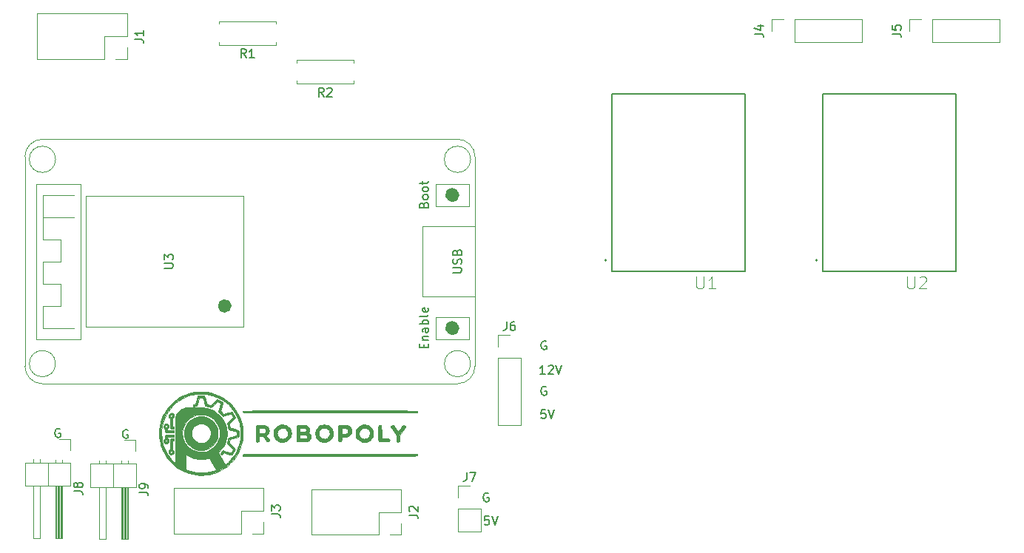
<source format=gbr>
%TF.GenerationSoftware,KiCad,Pcbnew,5.1.9-73d0e3b20d~88~ubuntu20.04.1*%
%TF.CreationDate,2021-04-10T15:21:01+02:00*%
%TF.ProjectId,pcb_central_unit,7063625f-6365-46e7-9472-616c5f756e69,rev?*%
%TF.SameCoordinates,Original*%
%TF.FileFunction,Legend,Top*%
%TF.FilePolarity,Positive*%
%FSLAX46Y46*%
G04 Gerber Fmt 4.6, Leading zero omitted, Abs format (unit mm)*
G04 Created by KiCad (PCBNEW 5.1.9-73d0e3b20d~88~ubuntu20.04.1) date 2021-04-10 15:21:01*
%MOMM*%
%LPD*%
G01*
G04 APERTURE LIST*
%ADD10C,0.150000*%
%ADD11C,0.200000*%
%ADD12C,0.127000*%
%ADD13C,0.120000*%
%ADD14C,0.800000*%
%ADD15C,1.000000*%
%ADD16C,0.010000*%
%ADD17C,0.015000*%
G04 APERTURE END LIST*
D10*
X104457523Y-122007380D02*
X103981333Y-122007380D01*
X103933714Y-122483571D01*
X103981333Y-122435952D01*
X104076571Y-122388333D01*
X104314666Y-122388333D01*
X104409904Y-122435952D01*
X104457523Y-122483571D01*
X104505142Y-122578809D01*
X104505142Y-122816904D01*
X104457523Y-122912142D01*
X104409904Y-122959761D01*
X104314666Y-123007380D01*
X104076571Y-123007380D01*
X103981333Y-122959761D01*
X103933714Y-122912142D01*
X104790857Y-122007380D02*
X105124190Y-123007380D01*
X105457523Y-122007380D01*
X110934523Y-109815380D02*
X110458333Y-109815380D01*
X110410714Y-110291571D01*
X110458333Y-110243952D01*
X110553571Y-110196333D01*
X110791666Y-110196333D01*
X110886904Y-110243952D01*
X110934523Y-110291571D01*
X110982142Y-110386809D01*
X110982142Y-110624904D01*
X110934523Y-110720142D01*
X110886904Y-110767761D01*
X110791666Y-110815380D01*
X110553571Y-110815380D01*
X110458333Y-110767761D01*
X110410714Y-110720142D01*
X111267857Y-109815380D02*
X111601190Y-110815380D01*
X111934523Y-109815380D01*
X111005904Y-107196000D02*
X110910666Y-107148380D01*
X110767809Y-107148380D01*
X110624952Y-107196000D01*
X110529714Y-107291238D01*
X110482095Y-107386476D01*
X110434476Y-107576952D01*
X110434476Y-107719809D01*
X110482095Y-107910285D01*
X110529714Y-108005523D01*
X110624952Y-108100761D01*
X110767809Y-108148380D01*
X110863047Y-108148380D01*
X111005904Y-108100761D01*
X111053523Y-108053142D01*
X111053523Y-107719809D01*
X110863047Y-107719809D01*
X110886952Y-105735380D02*
X110315523Y-105735380D01*
X110601238Y-105735380D02*
X110601238Y-104735380D01*
X110506000Y-104878238D01*
X110410761Y-104973476D01*
X110315523Y-105021095D01*
X111267904Y-104830619D02*
X111315523Y-104783000D01*
X111410761Y-104735380D01*
X111648857Y-104735380D01*
X111744095Y-104783000D01*
X111791714Y-104830619D01*
X111839333Y-104925857D01*
X111839333Y-105021095D01*
X111791714Y-105163952D01*
X111220285Y-105735380D01*
X111839333Y-105735380D01*
X112125047Y-104735380D02*
X112458380Y-105735380D01*
X112791714Y-104735380D01*
X111005904Y-101989000D02*
X110910666Y-101941380D01*
X110767809Y-101941380D01*
X110624952Y-101989000D01*
X110529714Y-102084238D01*
X110482095Y-102179476D01*
X110434476Y-102369952D01*
X110434476Y-102512809D01*
X110482095Y-102703285D01*
X110529714Y-102798523D01*
X110624952Y-102893761D01*
X110767809Y-102941380D01*
X110863047Y-102941380D01*
X111005904Y-102893761D01*
X111053523Y-102846142D01*
X111053523Y-102512809D01*
X110863047Y-102512809D01*
X55379904Y-112022000D02*
X55284666Y-111974380D01*
X55141809Y-111974380D01*
X54998952Y-112022000D01*
X54903714Y-112117238D01*
X54856095Y-112212476D01*
X54808476Y-112402952D01*
X54808476Y-112545809D01*
X54856095Y-112736285D01*
X54903714Y-112831523D01*
X54998952Y-112926761D01*
X55141809Y-112974380D01*
X55237047Y-112974380D01*
X55379904Y-112926761D01*
X55427523Y-112879142D01*
X55427523Y-112545809D01*
X55237047Y-112545809D01*
X63126904Y-112149000D02*
X63031666Y-112101380D01*
X62888809Y-112101380D01*
X62745952Y-112149000D01*
X62650714Y-112244238D01*
X62603095Y-112339476D01*
X62555476Y-112529952D01*
X62555476Y-112672809D01*
X62603095Y-112863285D01*
X62650714Y-112958523D01*
X62745952Y-113053761D01*
X62888809Y-113101380D01*
X62984047Y-113101380D01*
X63126904Y-113053761D01*
X63174523Y-113006142D01*
X63174523Y-112672809D01*
X62984047Y-112672809D01*
X104401904Y-119388000D02*
X104306666Y-119340380D01*
X104163809Y-119340380D01*
X104020952Y-119388000D01*
X103925714Y-119483238D01*
X103878095Y-119578476D01*
X103830476Y-119768952D01*
X103830476Y-119911809D01*
X103878095Y-120102285D01*
X103925714Y-120197523D01*
X104020952Y-120292761D01*
X104163809Y-120340380D01*
X104259047Y-120340380D01*
X104401904Y-120292761D01*
X104449523Y-120245142D01*
X104449523Y-119911809D01*
X104259047Y-119911809D01*
D11*
%TO.C,U1*%
X117911000Y-92710000D02*
G75*
G03*
X117911000Y-92710000I-100000J0D01*
G01*
D12*
X118491000Y-93980000D02*
X118491000Y-73660000D01*
X133731000Y-93980000D02*
X118491000Y-93980000D01*
X133731000Y-73660000D02*
X133731000Y-93980000D01*
X118491000Y-73660000D02*
X133731000Y-73660000D01*
D13*
%TO.C,J2*%
X94421000Y-118939000D02*
X94421000Y-121539000D01*
X94421000Y-118939000D02*
X84141000Y-118939000D01*
X84141000Y-118939000D02*
X84141000Y-124139000D01*
X91821000Y-124139000D02*
X84141000Y-124139000D01*
X91821000Y-121539000D02*
X91821000Y-124139000D01*
X94421000Y-121539000D02*
X91821000Y-121539000D01*
X94421000Y-124139000D02*
X93091000Y-124139000D01*
X94421000Y-122809000D02*
X94421000Y-124139000D01*
%TO.C,U3*%
X54864000Y-104537000D02*
G75*
G03*
X54864000Y-104537000I-1500000J0D01*
G01*
X54864000Y-81137000D02*
G75*
G03*
X54864000Y-81137000I-1500000J0D01*
G01*
X100864000Y-78837000D02*
X53364000Y-78837000D01*
X53364000Y-106837000D02*
X100864000Y-106837000D01*
X102864000Y-104837000D02*
X102864000Y-80837000D01*
X51364000Y-104837000D02*
X51364000Y-80837000D01*
X102364000Y-104537000D02*
G75*
G03*
X102364000Y-104537000I-1500000J0D01*
G01*
X102364000Y-81137000D02*
G75*
G03*
X102364000Y-81137000I-1500000J0D01*
G01*
X96864000Y-96837000D02*
X102864000Y-96837000D01*
X96864000Y-88837000D02*
X102864000Y-88837000D01*
X96864000Y-96837000D02*
X96864000Y-88837000D01*
X52634000Y-101727000D02*
X52634000Y-83947000D01*
X52634000Y-83947000D02*
X57714000Y-83947000D01*
X57714000Y-83947000D02*
X57714000Y-101727000D01*
X57714000Y-101727000D02*
X52634000Y-101727000D01*
X56952000Y-100457000D02*
X53396000Y-100457000D01*
X53396000Y-100457000D02*
X53396000Y-97917000D01*
X53396000Y-97917000D02*
X55428000Y-97917000D01*
X55428000Y-97917000D02*
X55428000Y-95377000D01*
X55428000Y-95377000D02*
X53396000Y-95377000D01*
X53396000Y-95377000D02*
X53396000Y-92837000D01*
X53396000Y-92837000D02*
X55428000Y-92837000D01*
X55428000Y-92837000D02*
X55428000Y-90297000D01*
X55428000Y-90297000D02*
X53396000Y-90297000D01*
X53396000Y-90297000D02*
X53396000Y-85217000D01*
X53396000Y-85217000D02*
X56952000Y-85217000D01*
X53396000Y-87757000D02*
X56952000Y-87757000D01*
X58364000Y-100337000D02*
X58364000Y-85337000D01*
X58364000Y-85337000D02*
X76364000Y-85337000D01*
X76364000Y-85337000D02*
X76364000Y-100337000D01*
X76364000Y-100337000D02*
X58364000Y-100337000D01*
D14*
X74624000Y-97917000D02*
G75*
G03*
X74624000Y-97917000I-400000J0D01*
G01*
D13*
X98354000Y-86487000D02*
X98354000Y-83947000D01*
X98354000Y-83947000D02*
X102164000Y-83947000D01*
X102164000Y-83947000D02*
X102164000Y-86487000D01*
X102164000Y-86487000D02*
X98354000Y-86487000D01*
X102164000Y-99187000D02*
X102164000Y-101727000D01*
X102164000Y-101727000D02*
X98354000Y-101727000D01*
X98354000Y-101727000D02*
X98354000Y-99187000D01*
X98354000Y-99187000D02*
X102164000Y-99187000D01*
D15*
X100559000Y-100457000D02*
G75*
G03*
X100559000Y-100457000I-300000J0D01*
G01*
X100559000Y-85217000D02*
G75*
G03*
X100559000Y-85217000I-300000J0D01*
G01*
D13*
X51364000Y-80837000D02*
G75*
G02*
X53364000Y-78837000I2000000J0D01*
G01*
X53364000Y-106837000D02*
G75*
G02*
X51364000Y-104837000I0J2000000D01*
G01*
X102864000Y-104837000D02*
G75*
G02*
X100864000Y-106837000I-2000000J0D01*
G01*
X100864000Y-78837000D02*
G75*
G02*
X102864000Y-80837000I0J-2000000D01*
G01*
D11*
%TO.C,U2*%
X142041000Y-92710000D02*
G75*
G03*
X142041000Y-92710000I-100000J0D01*
G01*
D12*
X142621000Y-93980000D02*
X142621000Y-73660000D01*
X157861000Y-93980000D02*
X142621000Y-93980000D01*
X157861000Y-73660000D02*
X157861000Y-93980000D01*
X142621000Y-73660000D02*
X157861000Y-73660000D01*
D13*
%TO.C,J6*%
X105477000Y-111566000D02*
X108137000Y-111566000D01*
X105477000Y-103886000D02*
X105477000Y-111566000D01*
X108137000Y-103886000D02*
X108137000Y-111566000D01*
X105477000Y-103886000D02*
X108137000Y-103886000D01*
X105477000Y-102616000D02*
X105477000Y-101286000D01*
X105477000Y-101286000D02*
X106807000Y-101286000D01*
%TO.C,J7*%
X100905000Y-118558000D02*
X102235000Y-118558000D01*
X100905000Y-119888000D02*
X100905000Y-118558000D01*
X100905000Y-121158000D02*
X103565000Y-121158000D01*
X103565000Y-121158000D02*
X103565000Y-123758000D01*
X100905000Y-121158000D02*
X100905000Y-123758000D01*
X100905000Y-123758000D02*
X103565000Y-123758000D01*
D16*
%TO.C,REF\u002A\u002A*%
G36*
X71805293Y-110601205D02*
G01*
X72070367Y-110660010D01*
X72319358Y-110754155D01*
X72573224Y-110893629D01*
X72798009Y-111063698D01*
X72993005Y-111263534D01*
X73157502Y-111492313D01*
X73290790Y-111749207D01*
X73378343Y-111986868D01*
X73400374Y-112061947D01*
X73415904Y-112127328D01*
X73426034Y-112193201D01*
X73431865Y-112269755D01*
X73434498Y-112367180D01*
X73435034Y-112495667D01*
X73435013Y-112511417D01*
X73434163Y-112644539D01*
X73431359Y-112745607D01*
X73425478Y-112824889D01*
X73415402Y-112892657D01*
X73400008Y-112959181D01*
X73378176Y-113034731D01*
X73377758Y-113036103D01*
X73273140Y-113311828D01*
X73136416Y-113562055D01*
X72970036Y-113784870D01*
X72776452Y-113978357D01*
X72558112Y-114140599D01*
X72317468Y-114269682D01*
X72056971Y-114363688D01*
X71779069Y-114420703D01*
X71585667Y-114437204D01*
X71476028Y-114439002D01*
X71366416Y-114436600D01*
X71273558Y-114430532D01*
X71237241Y-114426074D01*
X70958542Y-114361414D01*
X70695967Y-114258893D01*
X70452805Y-114120980D01*
X70232348Y-113950149D01*
X70037888Y-113748870D01*
X69872714Y-113519617D01*
X69765130Y-113320418D01*
X69667539Y-113063535D01*
X69608355Y-112795184D01*
X69594613Y-112613850D01*
X70403442Y-112613850D01*
X70441904Y-112816499D01*
X70519707Y-113009930D01*
X70636269Y-113190461D01*
X70738570Y-113305167D01*
X70907379Y-113445543D01*
X71091004Y-113546320D01*
X71219224Y-113590881D01*
X71322528Y-113609754D01*
X71449687Y-113619103D01*
X71584690Y-113618983D01*
X71711523Y-113609446D01*
X71814174Y-113590544D01*
X71819950Y-113588898D01*
X72016275Y-113510083D01*
X72193075Y-113397090D01*
X72346112Y-113254748D01*
X72471150Y-113087881D01*
X72563948Y-112901316D01*
X72620271Y-112699880D01*
X72624767Y-112672356D01*
X72635489Y-112464145D01*
X72606904Y-112261506D01*
X72542033Y-112069082D01*
X72443891Y-111891518D01*
X72315498Y-111733457D01*
X72159871Y-111599543D01*
X71980027Y-111494419D01*
X71819950Y-111433936D01*
X71721800Y-111414558D01*
X71598363Y-111403681D01*
X71465887Y-111401610D01*
X71340617Y-111408651D01*
X71247000Y-111423139D01*
X71083704Y-111479585D01*
X70921682Y-111569772D01*
X70770746Y-111685978D01*
X70640711Y-111820480D01*
X70541390Y-111965556D01*
X70529927Y-111987396D01*
X70446871Y-112195618D01*
X70404903Y-112405663D01*
X70403442Y-112613850D01*
X69594613Y-112613850D01*
X69587585Y-112521131D01*
X69605237Y-112247142D01*
X69661320Y-111978984D01*
X69755841Y-111722425D01*
X69762901Y-111707172D01*
X69812222Y-111608834D01*
X69868471Y-111507087D01*
X69920881Y-111421243D01*
X69929577Y-111408235D01*
X70100447Y-111194048D01*
X70298014Y-111009901D01*
X70518012Y-110856961D01*
X70756181Y-110736395D01*
X71008256Y-110649370D01*
X71269975Y-110597052D01*
X71537075Y-110580608D01*
X71805293Y-110601205D01*
G37*
X71805293Y-110601205D02*
X72070367Y-110660010D01*
X72319358Y-110754155D01*
X72573224Y-110893629D01*
X72798009Y-111063698D01*
X72993005Y-111263534D01*
X73157502Y-111492313D01*
X73290790Y-111749207D01*
X73378343Y-111986868D01*
X73400374Y-112061947D01*
X73415904Y-112127328D01*
X73426034Y-112193201D01*
X73431865Y-112269755D01*
X73434498Y-112367180D01*
X73435034Y-112495667D01*
X73435013Y-112511417D01*
X73434163Y-112644539D01*
X73431359Y-112745607D01*
X73425478Y-112824889D01*
X73415402Y-112892657D01*
X73400008Y-112959181D01*
X73378176Y-113034731D01*
X73377758Y-113036103D01*
X73273140Y-113311828D01*
X73136416Y-113562055D01*
X72970036Y-113784870D01*
X72776452Y-113978357D01*
X72558112Y-114140599D01*
X72317468Y-114269682D01*
X72056971Y-114363688D01*
X71779069Y-114420703D01*
X71585667Y-114437204D01*
X71476028Y-114439002D01*
X71366416Y-114436600D01*
X71273558Y-114430532D01*
X71237241Y-114426074D01*
X70958542Y-114361414D01*
X70695967Y-114258893D01*
X70452805Y-114120980D01*
X70232348Y-113950149D01*
X70037888Y-113748870D01*
X69872714Y-113519617D01*
X69765130Y-113320418D01*
X69667539Y-113063535D01*
X69608355Y-112795184D01*
X69594613Y-112613850D01*
X70403442Y-112613850D01*
X70441904Y-112816499D01*
X70519707Y-113009930D01*
X70636269Y-113190461D01*
X70738570Y-113305167D01*
X70907379Y-113445543D01*
X71091004Y-113546320D01*
X71219224Y-113590881D01*
X71322528Y-113609754D01*
X71449687Y-113619103D01*
X71584690Y-113618983D01*
X71711523Y-113609446D01*
X71814174Y-113590544D01*
X71819950Y-113588898D01*
X72016275Y-113510083D01*
X72193075Y-113397090D01*
X72346112Y-113254748D01*
X72471150Y-113087881D01*
X72563948Y-112901316D01*
X72620271Y-112699880D01*
X72624767Y-112672356D01*
X72635489Y-112464145D01*
X72606904Y-112261506D01*
X72542033Y-112069082D01*
X72443891Y-111891518D01*
X72315498Y-111733457D01*
X72159871Y-111599543D01*
X71980027Y-111494419D01*
X71819950Y-111433936D01*
X71721800Y-111414558D01*
X71598363Y-111403681D01*
X71465887Y-111401610D01*
X71340617Y-111408651D01*
X71247000Y-111423139D01*
X71083704Y-111479585D01*
X70921682Y-111569772D01*
X70770746Y-111685978D01*
X70640711Y-111820480D01*
X70541390Y-111965556D01*
X70529927Y-111987396D01*
X70446871Y-112195618D01*
X70404903Y-112405663D01*
X70403442Y-112613850D01*
X69594613Y-112613850D01*
X69587585Y-112521131D01*
X69605237Y-112247142D01*
X69661320Y-111978984D01*
X69755841Y-111722425D01*
X69762901Y-111707172D01*
X69812222Y-111608834D01*
X69868471Y-111507087D01*
X69920881Y-111421243D01*
X69929577Y-111408235D01*
X70100447Y-111194048D01*
X70298014Y-111009901D01*
X70518012Y-110856961D01*
X70756181Y-110736395D01*
X71008256Y-110649370D01*
X71269975Y-110597052D01*
X71537075Y-110580608D01*
X71805293Y-110601205D01*
G36*
X68228044Y-110201581D02*
G01*
X68310596Y-110257603D01*
X68373592Y-110343338D01*
X68403923Y-110441089D01*
X68403056Y-110543005D01*
X68373693Y-110637602D01*
X68318536Y-110713391D01*
X68279844Y-110741964D01*
X68220434Y-110775750D01*
X68220301Y-111246709D01*
X68220167Y-111717667D01*
X68391613Y-111717667D01*
X68385265Y-111839375D01*
X68378917Y-111961084D01*
X68220167Y-111967015D01*
X68123921Y-111967464D01*
X68059345Y-111959289D01*
X68016405Y-111941146D01*
X68013792Y-111939356D01*
X67999562Y-111928417D01*
X67988494Y-111914750D01*
X67980188Y-111893352D01*
X67974250Y-111859216D01*
X67970281Y-111807339D01*
X67967886Y-111732716D01*
X67966666Y-111630341D01*
X67966225Y-111495211D01*
X67966167Y-111338864D01*
X67966167Y-110771962D01*
X67914112Y-110748244D01*
X67857922Y-110702368D01*
X67812880Y-110628431D01*
X67785320Y-110540431D01*
X67782880Y-110488333D01*
X67966491Y-110488333D01*
X67983676Y-110553544D01*
X68028210Y-110597779D01*
X68088161Y-110615840D01*
X68151592Y-110602530D01*
X68181458Y-110581970D01*
X68211244Y-110531524D01*
X68219477Y-110467251D01*
X68203968Y-110413794D01*
X68154308Y-110370146D01*
X68091835Y-110354532D01*
X68045542Y-110365424D01*
X67991320Y-110404452D01*
X67968937Y-110454674D01*
X67966491Y-110488333D01*
X67782880Y-110488333D01*
X67781302Y-110454656D01*
X67811099Y-110349641D01*
X67869127Y-110267811D01*
X67947611Y-110210629D01*
X68038776Y-110179555D01*
X68134845Y-110176052D01*
X68228044Y-110201581D01*
G37*
X68228044Y-110201581D02*
X68310596Y-110257603D01*
X68373592Y-110343338D01*
X68403923Y-110441089D01*
X68403056Y-110543005D01*
X68373693Y-110637602D01*
X68318536Y-110713391D01*
X68279844Y-110741964D01*
X68220434Y-110775750D01*
X68220301Y-111246709D01*
X68220167Y-111717667D01*
X68391613Y-111717667D01*
X68385265Y-111839375D01*
X68378917Y-111961084D01*
X68220167Y-111967015D01*
X68123921Y-111967464D01*
X68059345Y-111959289D01*
X68016405Y-111941146D01*
X68013792Y-111939356D01*
X67999562Y-111928417D01*
X67988494Y-111914750D01*
X67980188Y-111893352D01*
X67974250Y-111859216D01*
X67970281Y-111807339D01*
X67967886Y-111732716D01*
X67966666Y-111630341D01*
X67966225Y-111495211D01*
X67966167Y-111338864D01*
X67966167Y-110771962D01*
X67914112Y-110748244D01*
X67857922Y-110702368D01*
X67812880Y-110628431D01*
X67785320Y-110540431D01*
X67782880Y-110488333D01*
X67966491Y-110488333D01*
X67983676Y-110553544D01*
X68028210Y-110597779D01*
X68088161Y-110615840D01*
X68151592Y-110602530D01*
X68181458Y-110581970D01*
X68211244Y-110531524D01*
X68219477Y-110467251D01*
X68203968Y-110413794D01*
X68154308Y-110370146D01*
X68091835Y-110354532D01*
X68045542Y-110365424D01*
X67991320Y-110404452D01*
X67968937Y-110454674D01*
X67966491Y-110488333D01*
X67782880Y-110488333D01*
X67781302Y-110454656D01*
X67811099Y-110349641D01*
X67869127Y-110267811D01*
X67947611Y-110210629D01*
X68038776Y-110179555D01*
X68134845Y-110176052D01*
X68228044Y-110201581D01*
G36*
X67662645Y-111440733D02*
G01*
X67746610Y-111502129D01*
X67805410Y-111593424D01*
X67808849Y-111602054D01*
X67833720Y-111710237D01*
X67819371Y-111807719D01*
X67764530Y-111899994D01*
X67731578Y-111936070D01*
X67680403Y-111993383D01*
X67655470Y-112042085D01*
X67648676Y-112098311D01*
X67648667Y-112101157D01*
X67648667Y-112183334D01*
X68391613Y-112183334D01*
X68378917Y-112426750D01*
X67929545Y-112432462D01*
X67780135Y-112434160D01*
X67667223Y-112434652D01*
X67584982Y-112433498D01*
X67527584Y-112430260D01*
X67489201Y-112424500D01*
X67464004Y-112415778D01*
X67446167Y-112403657D01*
X67437420Y-112395420D01*
X67415256Y-112366379D01*
X67402207Y-112326882D01*
X67396078Y-112266013D01*
X67394667Y-112182628D01*
X67393789Y-112097149D01*
X67388644Y-112041467D01*
X67375466Y-112003049D01*
X67350487Y-111969364D01*
X67321601Y-111939523D01*
X67257119Y-111849312D01*
X67228278Y-111750190D01*
X67228958Y-111735836D01*
X67404473Y-111735836D01*
X67407491Y-111744563D01*
X67458706Y-111813426D01*
X67512638Y-111841176D01*
X67572794Y-111829027D01*
X67601624Y-111811717D01*
X67640066Y-111764996D01*
X67647062Y-111709960D01*
X67628865Y-111656100D01*
X67591729Y-111612905D01*
X67541910Y-111589868D01*
X67485660Y-111596477D01*
X67466627Y-111606866D01*
X67433447Y-111643309D01*
X67409978Y-111692705D01*
X67404473Y-111735836D01*
X67228958Y-111735836D01*
X67233004Y-111650448D01*
X67269224Y-111558374D01*
X67334865Y-111482258D01*
X67427854Y-111430390D01*
X67450698Y-111423345D01*
X67561384Y-111413163D01*
X67662645Y-111440733D01*
G37*
X67662645Y-111440733D02*
X67746610Y-111502129D01*
X67805410Y-111593424D01*
X67808849Y-111602054D01*
X67833720Y-111710237D01*
X67819371Y-111807719D01*
X67764530Y-111899994D01*
X67731578Y-111936070D01*
X67680403Y-111993383D01*
X67655470Y-112042085D01*
X67648676Y-112098311D01*
X67648667Y-112101157D01*
X67648667Y-112183334D01*
X68391613Y-112183334D01*
X68378917Y-112426750D01*
X67929545Y-112432462D01*
X67780135Y-112434160D01*
X67667223Y-112434652D01*
X67584982Y-112433498D01*
X67527584Y-112430260D01*
X67489201Y-112424500D01*
X67464004Y-112415778D01*
X67446167Y-112403657D01*
X67437420Y-112395420D01*
X67415256Y-112366379D01*
X67402207Y-112326882D01*
X67396078Y-112266013D01*
X67394667Y-112182628D01*
X67393789Y-112097149D01*
X67388644Y-112041467D01*
X67375466Y-112003049D01*
X67350487Y-111969364D01*
X67321601Y-111939523D01*
X67257119Y-111849312D01*
X67228278Y-111750190D01*
X67228958Y-111735836D01*
X67404473Y-111735836D01*
X67407491Y-111744563D01*
X67458706Y-111813426D01*
X67512638Y-111841176D01*
X67572794Y-111829027D01*
X67601624Y-111811717D01*
X67640066Y-111764996D01*
X67647062Y-111709960D01*
X67628865Y-111656100D01*
X67591729Y-111612905D01*
X67541910Y-111589868D01*
X67485660Y-111596477D01*
X67466627Y-111606866D01*
X67433447Y-111643309D01*
X67409978Y-111692705D01*
X67404473Y-111735836D01*
X67228958Y-111735836D01*
X67233004Y-111650448D01*
X67269224Y-111558374D01*
X67334865Y-111482258D01*
X67427854Y-111430390D01*
X67450698Y-111423345D01*
X67561384Y-111413163D01*
X67662645Y-111440733D01*
G36*
X67929545Y-112653872D02*
G01*
X68378917Y-112659584D01*
X68391613Y-112903000D01*
X67648667Y-112903000D01*
X67648667Y-112988314D01*
X67655066Y-113050163D01*
X67680739Y-113097274D01*
X67721458Y-113137538D01*
X67792801Y-113223948D01*
X67829318Y-113321098D01*
X67832184Y-113420690D01*
X67802576Y-113514427D01*
X67741671Y-113594012D01*
X67650645Y-113651147D01*
X67648511Y-113652009D01*
X67577969Y-113675893D01*
X67518191Y-113681625D01*
X67443960Y-113671553D01*
X67442229Y-113671221D01*
X67398048Y-113651386D01*
X67343197Y-113612328D01*
X67322323Y-113593928D01*
X67256970Y-113505772D01*
X67227709Y-113404879D01*
X67230546Y-113361692D01*
X67403407Y-113361692D01*
X67412323Y-113404512D01*
X67417498Y-113414872D01*
X67466097Y-113474954D01*
X67524636Y-113496610D01*
X67586767Y-113478331D01*
X67609958Y-113460636D01*
X67643961Y-113405197D01*
X67644967Y-113341685D01*
X67614100Y-113286181D01*
X67596787Y-113272149D01*
X67531049Y-113249788D01*
X67469587Y-113268370D01*
X67424349Y-113315936D01*
X67403407Y-113361692D01*
X67230546Y-113361692D01*
X67234557Y-113300665D01*
X67277530Y-113202546D01*
X67321523Y-113149677D01*
X67357668Y-113112663D01*
X67379378Y-113080068D01*
X67390329Y-113039648D01*
X67394199Y-112979162D01*
X67394667Y-112906154D01*
X67394890Y-112826713D01*
X67398799Y-112765473D01*
X67411249Y-112720141D01*
X67437096Y-112688428D01*
X67481197Y-112668043D01*
X67548409Y-112656695D01*
X67643587Y-112652094D01*
X67771589Y-112651949D01*
X67929545Y-112653872D01*
G37*
X67929545Y-112653872D02*
X68378917Y-112659584D01*
X68391613Y-112903000D01*
X67648667Y-112903000D01*
X67648667Y-112988314D01*
X67655066Y-113050163D01*
X67680739Y-113097274D01*
X67721458Y-113137538D01*
X67792801Y-113223948D01*
X67829318Y-113321098D01*
X67832184Y-113420690D01*
X67802576Y-113514427D01*
X67741671Y-113594012D01*
X67650645Y-113651147D01*
X67648511Y-113652009D01*
X67577969Y-113675893D01*
X67518191Y-113681625D01*
X67443960Y-113671553D01*
X67442229Y-113671221D01*
X67398048Y-113651386D01*
X67343197Y-113612328D01*
X67322323Y-113593928D01*
X67256970Y-113505772D01*
X67227709Y-113404879D01*
X67230546Y-113361692D01*
X67403407Y-113361692D01*
X67412323Y-113404512D01*
X67417498Y-113414872D01*
X67466097Y-113474954D01*
X67524636Y-113496610D01*
X67586767Y-113478331D01*
X67609958Y-113460636D01*
X67643961Y-113405197D01*
X67644967Y-113341685D01*
X67614100Y-113286181D01*
X67596787Y-113272149D01*
X67531049Y-113249788D01*
X67469587Y-113268370D01*
X67424349Y-113315936D01*
X67403407Y-113361692D01*
X67230546Y-113361692D01*
X67234557Y-113300665D01*
X67277530Y-113202546D01*
X67321523Y-113149677D01*
X67357668Y-113112663D01*
X67379378Y-113080068D01*
X67390329Y-113039648D01*
X67394199Y-112979162D01*
X67394667Y-112906154D01*
X67394890Y-112826713D01*
X67398799Y-112765473D01*
X67411249Y-112720141D01*
X67437096Y-112688428D01*
X67481197Y-112668043D01*
X67548409Y-112656695D01*
X67643587Y-112652094D01*
X67771589Y-112651949D01*
X67929545Y-112653872D01*
G36*
X68378917Y-113379250D02*
G01*
X68299542Y-113385820D01*
X68220167Y-113392389D01*
X68220167Y-114346824D01*
X68273506Y-114388781D01*
X68343002Y-114467144D01*
X68381532Y-114561798D01*
X68389435Y-114662889D01*
X68367050Y-114760563D01*
X68314714Y-114844964D01*
X68256181Y-114893524D01*
X68182131Y-114922043D01*
X68092635Y-114933784D01*
X68006826Y-114927678D01*
X67955584Y-114910299D01*
X67864705Y-114839484D01*
X67807282Y-114750971D01*
X67784308Y-114652661D01*
X67786958Y-114631364D01*
X67966167Y-114631364D01*
X67983539Y-114688552D01*
X68026142Y-114737925D01*
X68079708Y-114764396D01*
X68093167Y-114765667D01*
X68139245Y-114751301D01*
X68177834Y-114723334D01*
X68215051Y-114664856D01*
X68211018Y-114602369D01*
X68187217Y-114558710D01*
X68139199Y-114520843D01*
X68080330Y-114513913D01*
X68023378Y-114533723D01*
X67981109Y-114576075D01*
X67966167Y-114631364D01*
X67786958Y-114631364D01*
X67796779Y-114552458D01*
X67845691Y-114458263D01*
X67892379Y-114408414D01*
X67966167Y-114343627D01*
X67966167Y-113763489D01*
X67966405Y-113589554D01*
X67967302Y-113453145D01*
X67969134Y-113349456D01*
X67972177Y-113273681D01*
X67976707Y-113221014D01*
X67982999Y-113186649D01*
X67991328Y-113165781D01*
X68001113Y-113154300D01*
X68048982Y-113136098D01*
X68138172Y-113126681D01*
X68207488Y-113125250D01*
X68378917Y-113125250D01*
X68378917Y-113379250D01*
G37*
X68378917Y-113379250D02*
X68299542Y-113385820D01*
X68220167Y-113392389D01*
X68220167Y-114346824D01*
X68273506Y-114388781D01*
X68343002Y-114467144D01*
X68381532Y-114561798D01*
X68389435Y-114662889D01*
X68367050Y-114760563D01*
X68314714Y-114844964D01*
X68256181Y-114893524D01*
X68182131Y-114922043D01*
X68092635Y-114933784D01*
X68006826Y-114927678D01*
X67955584Y-114910299D01*
X67864705Y-114839484D01*
X67807282Y-114750971D01*
X67784308Y-114652661D01*
X67786958Y-114631364D01*
X67966167Y-114631364D01*
X67983539Y-114688552D01*
X68026142Y-114737925D01*
X68079708Y-114764396D01*
X68093167Y-114765667D01*
X68139245Y-114751301D01*
X68177834Y-114723334D01*
X68215051Y-114664856D01*
X68211018Y-114602369D01*
X68187217Y-114558710D01*
X68139199Y-114520843D01*
X68080330Y-114513913D01*
X68023378Y-114533723D01*
X67981109Y-114576075D01*
X67966167Y-114631364D01*
X67786958Y-114631364D01*
X67796779Y-114552458D01*
X67845691Y-114458263D01*
X67892379Y-114408414D01*
X67966167Y-114343627D01*
X67966167Y-113763489D01*
X67966405Y-113589554D01*
X67967302Y-113453145D01*
X67969134Y-113349456D01*
X67972177Y-113273681D01*
X67976707Y-113221014D01*
X67982999Y-113186649D01*
X67991328Y-113165781D01*
X68001113Y-113154300D01*
X68048982Y-113136098D01*
X68138172Y-113126681D01*
X68207488Y-113125250D01*
X68378917Y-113125250D01*
X68378917Y-113379250D01*
G36*
X71681162Y-108195775D02*
G01*
X71708911Y-108197271D01*
X71914619Y-108209803D01*
X72019040Y-108593193D01*
X72065067Y-108762708D01*
X72101368Y-108896003D01*
X72129803Y-108997575D01*
X72152233Y-109071922D01*
X72170517Y-109123539D01*
X72186516Y-109156924D01*
X72202090Y-109176575D01*
X72219099Y-109186987D01*
X72239404Y-109192658D01*
X72264865Y-109198086D01*
X72269761Y-109199288D01*
X72339637Y-109217905D01*
X72427415Y-109242459D01*
X72490199Y-109260632D01*
X72622148Y-109299515D01*
X72984069Y-108949158D01*
X73345991Y-108598802D01*
X73481369Y-108665560D01*
X73584397Y-108719133D01*
X73688819Y-108778228D01*
X73787953Y-108838501D01*
X73875120Y-108895608D01*
X73943640Y-108945206D01*
X73986833Y-108982951D01*
X73998667Y-109001931D01*
X73993481Y-109031557D01*
X73978974Y-109095611D01*
X73956726Y-109187617D01*
X73928314Y-109301098D01*
X73895318Y-109429575D01*
X73882250Y-109479665D01*
X73848089Y-109610765D01*
X73817890Y-109728017D01*
X73793211Y-109825255D01*
X73775611Y-109896315D01*
X73766650Y-109935030D01*
X73765834Y-109940042D01*
X73779937Y-109960637D01*
X73818135Y-110004063D01*
X73874261Y-110063547D01*
X73929090Y-110119310D01*
X74092346Y-110282566D01*
X74551855Y-110164033D01*
X74686191Y-110129696D01*
X74807593Y-110099264D01*
X74909788Y-110074260D01*
X74986499Y-110056210D01*
X75031453Y-110046637D01*
X75039792Y-110045500D01*
X75063669Y-110063160D01*
X75102900Y-110111726D01*
X75153246Y-110184579D01*
X75210467Y-110275101D01*
X75270322Y-110376673D01*
X75328572Y-110482675D01*
X75363855Y-110551398D01*
X75441745Y-110708046D01*
X75090187Y-111060062D01*
X74738628Y-111412077D01*
X74795671Y-111633664D01*
X74819244Y-111724277D01*
X74838948Y-111798229D01*
X74852442Y-111846838D01*
X74857202Y-111861665D01*
X74877977Y-111868900D01*
X74933822Y-111885714D01*
X75018993Y-111910448D01*
X75127743Y-111941445D01*
X75254330Y-111977048D01*
X75335054Y-111999543D01*
X75808417Y-112131006D01*
X75822723Y-112225961D01*
X75830960Y-112311826D01*
X75835400Y-112424763D01*
X75836048Y-112549685D01*
X75832913Y-112671502D01*
X75826002Y-112775124D01*
X75822438Y-112806218D01*
X75808417Y-112910520D01*
X74855917Y-113172436D01*
X74794927Y-113399825D01*
X74733938Y-113627213D01*
X75075386Y-113969132D01*
X75173252Y-114068260D01*
X75260167Y-114158453D01*
X75331884Y-114235126D01*
X75384157Y-114293695D01*
X75412741Y-114329575D01*
X75416834Y-114337804D01*
X75406195Y-114381418D01*
X75377211Y-114449231D01*
X75334273Y-114533985D01*
X75281777Y-114628423D01*
X75224117Y-114725289D01*
X75165686Y-114817325D01*
X75110879Y-114897274D01*
X75064089Y-114957880D01*
X75029711Y-114991884D01*
X75017920Y-114996635D01*
X74987944Y-114990774D01*
X74923524Y-114975407D01*
X74831061Y-114952153D01*
X74716957Y-114922635D01*
X74587612Y-114888474D01*
X74527834Y-114872475D01*
X74072750Y-114750180D01*
X73986604Y-114842590D01*
X73934308Y-114892397D01*
X73887849Y-114925947D01*
X73863504Y-114935000D01*
X73797681Y-114919530D01*
X73755168Y-114878679D01*
X73744667Y-114837052D01*
X73749930Y-114800054D01*
X73768837Y-114758840D01*
X73806062Y-114706418D01*
X73866281Y-114635800D01*
X73915413Y-114581766D01*
X74000741Y-114489196D01*
X74460079Y-114608175D01*
X74593729Y-114642726D01*
X74713797Y-114673635D01*
X74814162Y-114699339D01*
X74888706Y-114718273D01*
X74931310Y-114728872D01*
X74938596Y-114730536D01*
X74956877Y-114714960D01*
X74990499Y-114670307D01*
X75033916Y-114604325D01*
X75062894Y-114556827D01*
X75168013Y-114379737D01*
X74826756Y-114038010D01*
X74728912Y-113938885D01*
X74642022Y-113848663D01*
X74570335Y-113771937D01*
X74518100Y-113713300D01*
X74489563Y-113677344D01*
X74485500Y-113669091D01*
X74491529Y-113637088D01*
X74507522Y-113576519D01*
X74530338Y-113499074D01*
X74536622Y-113478825D01*
X74568419Y-113371020D01*
X74601357Y-113249301D01*
X74626580Y-113147249D01*
X74665417Y-112978748D01*
X75608235Y-112723084D01*
X75602493Y-112513387D01*
X75596750Y-112303690D01*
X74667938Y-112044800D01*
X74610393Y-111812442D01*
X74583493Y-111707745D01*
X74556234Y-111608273D01*
X74532322Y-111527226D01*
X74519175Y-111487464D01*
X74498737Y-111424198D01*
X74486784Y-111373550D01*
X74485500Y-111360698D01*
X74499913Y-111336458D01*
X74540310Y-111287300D01*
X74602425Y-111217922D01*
X74681993Y-111133021D01*
X74774748Y-111037297D01*
X74826377Y-110985204D01*
X75167253Y-110643857D01*
X75067941Y-110471679D01*
X75022316Y-110396866D01*
X74982026Y-110338519D01*
X74952952Y-110304800D01*
X74944023Y-110299706D01*
X74917089Y-110304833D01*
X74855459Y-110319068D01*
X74765412Y-110340881D01*
X74653227Y-110368742D01*
X74525182Y-110401119D01*
X74468416Y-110415637D01*
X74017416Y-110531362D01*
X73497216Y-110013750D01*
X73620241Y-109548084D01*
X73743266Y-109082417D01*
X73697053Y-109047121D01*
X73654689Y-109019039D01*
X73589359Y-108980308D01*
X73520559Y-108942217D01*
X73390279Y-108872610D01*
X73036022Y-109212665D01*
X72681764Y-109552721D01*
X72498841Y-109494370D01*
X72391829Y-109462863D01*
X72276301Y-109432959D01*
X72174621Y-109410385D01*
X72160557Y-109407732D01*
X72072953Y-109387822D01*
X72012499Y-109365844D01*
X71988326Y-109347347D01*
X71978021Y-109318168D01*
X71958635Y-109254497D01*
X71932014Y-109162739D01*
X71900005Y-109049300D01*
X71864454Y-108920585D01*
X71849438Y-108865458D01*
X71727419Y-108415667D01*
X71315571Y-108415667D01*
X71183733Y-108886625D01*
X71145995Y-109020800D01*
X71111939Y-109140674D01*
X71083238Y-109240459D01*
X71061566Y-109314364D01*
X71048594Y-109356598D01*
X71045725Y-109364292D01*
X71021289Y-109373185D01*
X70967352Y-109386160D01*
X70896252Y-109400843D01*
X70820325Y-109414860D01*
X70751910Y-109425838D01*
X70703343Y-109431400D01*
X70695616Y-109431667D01*
X70631750Y-109416308D01*
X70597278Y-109370516D01*
X70590834Y-109324192D01*
X70600963Y-109270523D01*
X70636202Y-109235508D01*
X70703825Y-109213241D01*
X70734316Y-109207711D01*
X70797032Y-109193323D01*
X70844184Y-109174930D01*
X70852079Y-109169741D01*
X70866573Y-109142709D01*
X70889689Y-109081430D01*
X70919220Y-108992579D01*
X70952958Y-108882835D01*
X70988697Y-108758873D01*
X70992907Y-108743750D01*
X71028560Y-108615239D01*
X71061450Y-108496786D01*
X71089474Y-108395954D01*
X71110531Y-108320303D01*
X71122518Y-108277396D01*
X71122932Y-108275927D01*
X71133323Y-108244125D01*
X71148727Y-108224034D01*
X71178333Y-108212039D01*
X71231327Y-108204528D01*
X71316896Y-108197887D01*
X71322315Y-108197504D01*
X71431137Y-108192995D01*
X71558593Y-108192414D01*
X71681162Y-108195775D01*
G37*
X71681162Y-108195775D02*
X71708911Y-108197271D01*
X71914619Y-108209803D01*
X72019040Y-108593193D01*
X72065067Y-108762708D01*
X72101368Y-108896003D01*
X72129803Y-108997575D01*
X72152233Y-109071922D01*
X72170517Y-109123539D01*
X72186516Y-109156924D01*
X72202090Y-109176575D01*
X72219099Y-109186987D01*
X72239404Y-109192658D01*
X72264865Y-109198086D01*
X72269761Y-109199288D01*
X72339637Y-109217905D01*
X72427415Y-109242459D01*
X72490199Y-109260632D01*
X72622148Y-109299515D01*
X72984069Y-108949158D01*
X73345991Y-108598802D01*
X73481369Y-108665560D01*
X73584397Y-108719133D01*
X73688819Y-108778228D01*
X73787953Y-108838501D01*
X73875120Y-108895608D01*
X73943640Y-108945206D01*
X73986833Y-108982951D01*
X73998667Y-109001931D01*
X73993481Y-109031557D01*
X73978974Y-109095611D01*
X73956726Y-109187617D01*
X73928314Y-109301098D01*
X73895318Y-109429575D01*
X73882250Y-109479665D01*
X73848089Y-109610765D01*
X73817890Y-109728017D01*
X73793211Y-109825255D01*
X73775611Y-109896315D01*
X73766650Y-109935030D01*
X73765834Y-109940042D01*
X73779937Y-109960637D01*
X73818135Y-110004063D01*
X73874261Y-110063547D01*
X73929090Y-110119310D01*
X74092346Y-110282566D01*
X74551855Y-110164033D01*
X74686191Y-110129696D01*
X74807593Y-110099264D01*
X74909788Y-110074260D01*
X74986499Y-110056210D01*
X75031453Y-110046637D01*
X75039792Y-110045500D01*
X75063669Y-110063160D01*
X75102900Y-110111726D01*
X75153246Y-110184579D01*
X75210467Y-110275101D01*
X75270322Y-110376673D01*
X75328572Y-110482675D01*
X75363855Y-110551398D01*
X75441745Y-110708046D01*
X75090187Y-111060062D01*
X74738628Y-111412077D01*
X74795671Y-111633664D01*
X74819244Y-111724277D01*
X74838948Y-111798229D01*
X74852442Y-111846838D01*
X74857202Y-111861665D01*
X74877977Y-111868900D01*
X74933822Y-111885714D01*
X75018993Y-111910448D01*
X75127743Y-111941445D01*
X75254330Y-111977048D01*
X75335054Y-111999543D01*
X75808417Y-112131006D01*
X75822723Y-112225961D01*
X75830960Y-112311826D01*
X75835400Y-112424763D01*
X75836048Y-112549685D01*
X75832913Y-112671502D01*
X75826002Y-112775124D01*
X75822438Y-112806218D01*
X75808417Y-112910520D01*
X74855917Y-113172436D01*
X74794927Y-113399825D01*
X74733938Y-113627213D01*
X75075386Y-113969132D01*
X75173252Y-114068260D01*
X75260167Y-114158453D01*
X75331884Y-114235126D01*
X75384157Y-114293695D01*
X75412741Y-114329575D01*
X75416834Y-114337804D01*
X75406195Y-114381418D01*
X75377211Y-114449231D01*
X75334273Y-114533985D01*
X75281777Y-114628423D01*
X75224117Y-114725289D01*
X75165686Y-114817325D01*
X75110879Y-114897274D01*
X75064089Y-114957880D01*
X75029711Y-114991884D01*
X75017920Y-114996635D01*
X74987944Y-114990774D01*
X74923524Y-114975407D01*
X74831061Y-114952153D01*
X74716957Y-114922635D01*
X74587612Y-114888474D01*
X74527834Y-114872475D01*
X74072750Y-114750180D01*
X73986604Y-114842590D01*
X73934308Y-114892397D01*
X73887849Y-114925947D01*
X73863504Y-114935000D01*
X73797681Y-114919530D01*
X73755168Y-114878679D01*
X73744667Y-114837052D01*
X73749930Y-114800054D01*
X73768837Y-114758840D01*
X73806062Y-114706418D01*
X73866281Y-114635800D01*
X73915413Y-114581766D01*
X74000741Y-114489196D01*
X74460079Y-114608175D01*
X74593729Y-114642726D01*
X74713797Y-114673635D01*
X74814162Y-114699339D01*
X74888706Y-114718273D01*
X74931310Y-114728872D01*
X74938596Y-114730536D01*
X74956877Y-114714960D01*
X74990499Y-114670307D01*
X75033916Y-114604325D01*
X75062894Y-114556827D01*
X75168013Y-114379737D01*
X74826756Y-114038010D01*
X74728912Y-113938885D01*
X74642022Y-113848663D01*
X74570335Y-113771937D01*
X74518100Y-113713300D01*
X74489563Y-113677344D01*
X74485500Y-113669091D01*
X74491529Y-113637088D01*
X74507522Y-113576519D01*
X74530338Y-113499074D01*
X74536622Y-113478825D01*
X74568419Y-113371020D01*
X74601357Y-113249301D01*
X74626580Y-113147249D01*
X74665417Y-112978748D01*
X75608235Y-112723084D01*
X75602493Y-112513387D01*
X75596750Y-112303690D01*
X74667938Y-112044800D01*
X74610393Y-111812442D01*
X74583493Y-111707745D01*
X74556234Y-111608273D01*
X74532322Y-111527226D01*
X74519175Y-111487464D01*
X74498737Y-111424198D01*
X74486784Y-111373550D01*
X74485500Y-111360698D01*
X74499913Y-111336458D01*
X74540310Y-111287300D01*
X74602425Y-111217922D01*
X74681993Y-111133021D01*
X74774748Y-111037297D01*
X74826377Y-110985204D01*
X75167253Y-110643857D01*
X75067941Y-110471679D01*
X75022316Y-110396866D01*
X74982026Y-110338519D01*
X74952952Y-110304800D01*
X74944023Y-110299706D01*
X74917089Y-110304833D01*
X74855459Y-110319068D01*
X74765412Y-110340881D01*
X74653227Y-110368742D01*
X74525182Y-110401119D01*
X74468416Y-110415637D01*
X74017416Y-110531362D01*
X73497216Y-110013750D01*
X73620241Y-109548084D01*
X73743266Y-109082417D01*
X73697053Y-109047121D01*
X73654689Y-109019039D01*
X73589359Y-108980308D01*
X73520559Y-108942217D01*
X73390279Y-108872610D01*
X73036022Y-109212665D01*
X72681764Y-109552721D01*
X72498841Y-109494370D01*
X72391829Y-109462863D01*
X72276301Y-109432959D01*
X72174621Y-109410385D01*
X72160557Y-109407732D01*
X72072953Y-109387822D01*
X72012499Y-109365844D01*
X71988326Y-109347347D01*
X71978021Y-109318168D01*
X71958635Y-109254497D01*
X71932014Y-109162739D01*
X71900005Y-109049300D01*
X71864454Y-108920585D01*
X71849438Y-108865458D01*
X71727419Y-108415667D01*
X71315571Y-108415667D01*
X71183733Y-108886625D01*
X71145995Y-109020800D01*
X71111939Y-109140674D01*
X71083238Y-109240459D01*
X71061566Y-109314364D01*
X71048594Y-109356598D01*
X71045725Y-109364292D01*
X71021289Y-109373185D01*
X70967352Y-109386160D01*
X70896252Y-109400843D01*
X70820325Y-109414860D01*
X70751910Y-109425838D01*
X70703343Y-109431400D01*
X70695616Y-109431667D01*
X70631750Y-109416308D01*
X70597278Y-109370516D01*
X70590834Y-109324192D01*
X70600963Y-109270523D01*
X70636202Y-109235508D01*
X70703825Y-109213241D01*
X70734316Y-109207711D01*
X70797032Y-109193323D01*
X70844184Y-109174930D01*
X70852079Y-109169741D01*
X70866573Y-109142709D01*
X70889689Y-109081430D01*
X70919220Y-108992579D01*
X70952958Y-108882835D01*
X70988697Y-108758873D01*
X70992907Y-108743750D01*
X71028560Y-108615239D01*
X71061450Y-108496786D01*
X71089474Y-108395954D01*
X71110531Y-108320303D01*
X71122518Y-108277396D01*
X71122932Y-108275927D01*
X71133323Y-108244125D01*
X71148727Y-108224034D01*
X71178333Y-108212039D01*
X71231327Y-108204528D01*
X71316896Y-108197887D01*
X71322315Y-108197504D01*
X71431137Y-108192995D01*
X71558593Y-108192414D01*
X71681162Y-108195775D01*
G36*
X87008527Y-109918501D02*
G01*
X87742850Y-109918508D01*
X88437099Y-109918524D01*
X89092404Y-109918555D01*
X89709895Y-109918606D01*
X90290701Y-109918681D01*
X90835953Y-109918785D01*
X91346780Y-109918923D01*
X91824311Y-109919100D01*
X92269677Y-109919320D01*
X92684008Y-109919588D01*
X93068433Y-109919910D01*
X93424081Y-109920289D01*
X93752083Y-109920730D01*
X94053569Y-109921239D01*
X94329668Y-109921820D01*
X94581510Y-109922477D01*
X94810224Y-109923216D01*
X95016941Y-109924042D01*
X95202791Y-109924958D01*
X95368902Y-109925970D01*
X95516405Y-109927083D01*
X95646430Y-109928302D01*
X95760106Y-109929630D01*
X95858564Y-109931073D01*
X95942932Y-109932636D01*
X96014341Y-109934324D01*
X96073920Y-109936141D01*
X96122800Y-109938091D01*
X96162109Y-109940181D01*
X96192978Y-109942414D01*
X96216537Y-109944795D01*
X96233915Y-109947329D01*
X96246242Y-109950021D01*
X96254648Y-109952876D01*
X96260263Y-109955898D01*
X96264216Y-109959092D01*
X96266000Y-109960834D01*
X96303218Y-110019311D01*
X96299185Y-110081798D01*
X96275383Y-110125457D01*
X96242433Y-110172500D01*
X76356986Y-110172500D01*
X76299660Y-110055615D01*
X76269539Y-109992682D01*
X76248777Y-109946398D01*
X76242334Y-109928615D01*
X76263283Y-109927958D01*
X76325261Y-109927313D01*
X76426964Y-109926680D01*
X76567087Y-109926060D01*
X76744326Y-109925455D01*
X76957376Y-109924867D01*
X77204934Y-109924295D01*
X77485694Y-109923743D01*
X77798353Y-109923211D01*
X78141605Y-109922700D01*
X78514148Y-109922211D01*
X78914675Y-109921747D01*
X79341884Y-109921308D01*
X79794469Y-109920896D01*
X80271126Y-109920512D01*
X80770552Y-109920157D01*
X81291440Y-109919833D01*
X81832488Y-109919541D01*
X82392390Y-109919282D01*
X82969843Y-109919057D01*
X83563541Y-109918869D01*
X84172182Y-109918718D01*
X84794459Y-109918605D01*
X85429070Y-109918533D01*
X86074708Y-109918501D01*
X86233000Y-109918500D01*
X87008527Y-109918501D01*
G37*
X87008527Y-109918501D02*
X87742850Y-109918508D01*
X88437099Y-109918524D01*
X89092404Y-109918555D01*
X89709895Y-109918606D01*
X90290701Y-109918681D01*
X90835953Y-109918785D01*
X91346780Y-109918923D01*
X91824311Y-109919100D01*
X92269677Y-109919320D01*
X92684008Y-109919588D01*
X93068433Y-109919910D01*
X93424081Y-109920289D01*
X93752083Y-109920730D01*
X94053569Y-109921239D01*
X94329668Y-109921820D01*
X94581510Y-109922477D01*
X94810224Y-109923216D01*
X95016941Y-109924042D01*
X95202791Y-109924958D01*
X95368902Y-109925970D01*
X95516405Y-109927083D01*
X95646430Y-109928302D01*
X95760106Y-109929630D01*
X95858564Y-109931073D01*
X95942932Y-109932636D01*
X96014341Y-109934324D01*
X96073920Y-109936141D01*
X96122800Y-109938091D01*
X96162109Y-109940181D01*
X96192978Y-109942414D01*
X96216537Y-109944795D01*
X96233915Y-109947329D01*
X96246242Y-109950021D01*
X96254648Y-109952876D01*
X96260263Y-109955898D01*
X96264216Y-109959092D01*
X96266000Y-109960834D01*
X96303218Y-110019311D01*
X96299185Y-110081798D01*
X96275383Y-110125457D01*
X96242433Y-110172500D01*
X76356986Y-110172500D01*
X76299660Y-110055615D01*
X76269539Y-109992682D01*
X76248777Y-109946398D01*
X76242334Y-109928615D01*
X76263283Y-109927958D01*
X76325261Y-109927313D01*
X76426964Y-109926680D01*
X76567087Y-109926060D01*
X76744326Y-109925455D01*
X76957376Y-109924867D01*
X77204934Y-109924295D01*
X77485694Y-109923743D01*
X77798353Y-109923211D01*
X78141605Y-109922700D01*
X78514148Y-109922211D01*
X78914675Y-109921747D01*
X79341884Y-109921308D01*
X79794469Y-109920896D01*
X80271126Y-109920512D01*
X80770552Y-109920157D01*
X81291440Y-109919833D01*
X81832488Y-109919541D01*
X82392390Y-109919282D01*
X82969843Y-109919057D01*
X83563541Y-109918869D01*
X84172182Y-109918718D01*
X84794459Y-109918605D01*
X85429070Y-109918533D01*
X86074708Y-109918501D01*
X86233000Y-109918500D01*
X87008527Y-109918501D01*
G36*
X92084448Y-111614138D02*
G01*
X92125781Y-111657541D01*
X92135219Y-111675579D01*
X92142761Y-111702813D01*
X92148612Y-111743701D01*
X92152975Y-111802699D01*
X92156054Y-111884264D01*
X92158053Y-111992853D01*
X92159176Y-112132923D01*
X92159628Y-112308931D01*
X92159667Y-112397762D01*
X92159667Y-113089604D01*
X92571963Y-113096844D01*
X92984260Y-113104084D01*
X93039747Y-113159598D01*
X93085813Y-113230896D01*
X93097206Y-113309884D01*
X93073958Y-113384539D01*
X93039020Y-113426147D01*
X93020617Y-113440985D01*
X93000604Y-113452427D01*
X92973594Y-113460916D01*
X92934202Y-113466891D01*
X92877039Y-113470794D01*
X92796720Y-113473065D01*
X92687857Y-113474146D01*
X92545064Y-113474478D01*
X92448282Y-113474500D01*
X92268327Y-113473879D01*
X92127103Y-113471903D01*
X92021025Y-113468406D01*
X91946507Y-113463223D01*
X91899964Y-113456185D01*
X91878915Y-113448042D01*
X91859230Y-113430127D01*
X91843082Y-113406440D01*
X91830128Y-113372922D01*
X91820022Y-113325517D01*
X91812418Y-113260168D01*
X91806970Y-113172819D01*
X91803333Y-113059412D01*
X91801162Y-112915891D01*
X91800110Y-112738198D01*
X91799834Y-112522278D01*
X91799834Y-112519571D01*
X91799995Y-112303293D01*
X91800843Y-112125366D01*
X91802926Y-111981809D01*
X91806789Y-111868640D01*
X91812980Y-111781878D01*
X91822046Y-111717540D01*
X91834533Y-111671646D01*
X91850988Y-111640213D01*
X91871958Y-111619260D01*
X91897990Y-111604804D01*
X91926982Y-111593787D01*
X92011118Y-111583929D01*
X92084448Y-111614138D01*
G37*
X92084448Y-111614138D02*
X92125781Y-111657541D01*
X92135219Y-111675579D01*
X92142761Y-111702813D01*
X92148612Y-111743701D01*
X92152975Y-111802699D01*
X92156054Y-111884264D01*
X92158053Y-111992853D01*
X92159176Y-112132923D01*
X92159628Y-112308931D01*
X92159667Y-112397762D01*
X92159667Y-113089604D01*
X92571963Y-113096844D01*
X92984260Y-113104084D01*
X93039747Y-113159598D01*
X93085813Y-113230896D01*
X93097206Y-113309884D01*
X93073958Y-113384539D01*
X93039020Y-113426147D01*
X93020617Y-113440985D01*
X93000604Y-113452427D01*
X92973594Y-113460916D01*
X92934202Y-113466891D01*
X92877039Y-113470794D01*
X92796720Y-113473065D01*
X92687857Y-113474146D01*
X92545064Y-113474478D01*
X92448282Y-113474500D01*
X92268327Y-113473879D01*
X92127103Y-113471903D01*
X92021025Y-113468406D01*
X91946507Y-113463223D01*
X91899964Y-113456185D01*
X91878915Y-113448042D01*
X91859230Y-113430127D01*
X91843082Y-113406440D01*
X91830128Y-113372922D01*
X91820022Y-113325517D01*
X91812418Y-113260168D01*
X91806970Y-113172819D01*
X91803333Y-113059412D01*
X91801162Y-112915891D01*
X91800110Y-112738198D01*
X91799834Y-112522278D01*
X91799834Y-112519571D01*
X91799995Y-112303293D01*
X91800843Y-112125366D01*
X91802926Y-111981809D01*
X91806789Y-111868640D01*
X91812980Y-111781878D01*
X91822046Y-111717540D01*
X91834533Y-111671646D01*
X91850988Y-111640213D01*
X91871958Y-111619260D01*
X91897990Y-111604804D01*
X91926982Y-111593787D01*
X92011118Y-111583929D01*
X92084448Y-111614138D01*
G36*
X88049821Y-111558061D02*
G01*
X88182819Y-111574238D01*
X88292195Y-111601192D01*
X88384031Y-111640426D01*
X88464408Y-111693443D01*
X88539408Y-111761747D01*
X88540119Y-111762479D01*
X88631043Y-111885314D01*
X88689257Y-112033286D01*
X88715227Y-112207705D01*
X88716775Y-112260012D01*
X88715326Y-112354034D01*
X88706809Y-112423972D01*
X88687301Y-112487959D01*
X88652881Y-112564127D01*
X88649495Y-112571027D01*
X88568225Y-112701168D01*
X88465044Y-112799971D01*
X88331987Y-112874673D01*
X88301423Y-112887227D01*
X88242406Y-112906486D01*
X88173282Y-112920500D01*
X88084971Y-112930442D01*
X87968394Y-112937487D01*
X87889292Y-112940541D01*
X87587667Y-112950665D01*
X87587667Y-113166560D01*
X87586895Y-113265747D01*
X87583401Y-113332061D01*
X87575418Y-113374951D01*
X87561178Y-113403866D01*
X87538914Y-113428255D01*
X87538678Y-113428477D01*
X87468979Y-113467473D01*
X87388174Y-113473873D01*
X87311834Y-113447949D01*
X87281191Y-113423948D01*
X87240836Y-113365835D01*
X87217471Y-113302240D01*
X87214622Y-113265107D01*
X87212337Y-113190907D01*
X87210657Y-113084903D01*
X87209625Y-112952358D01*
X87209280Y-112798536D01*
X87209666Y-112628699D01*
X87210777Y-112453664D01*
X87215142Y-111929334D01*
X87587667Y-111929334D01*
X87587667Y-112564334D01*
X87857542Y-112564254D01*
X87973957Y-112563360D01*
X88056861Y-112560028D01*
X88115053Y-112553163D01*
X88157333Y-112541671D01*
X88192500Y-112524459D01*
X88196402Y-112522115D01*
X88278959Y-112449602D01*
X88329556Y-112358138D01*
X88348074Y-112256669D01*
X88334395Y-112154142D01*
X88288399Y-112059502D01*
X88209966Y-111981696D01*
X88203662Y-111977380D01*
X88170127Y-111957353D01*
X88134486Y-111943787D01*
X88087883Y-111935446D01*
X88021464Y-111931093D01*
X87926376Y-111929490D01*
X87859703Y-111929334D01*
X87587667Y-111929334D01*
X87215142Y-111929334D01*
X87217250Y-111676245D01*
X87334516Y-111558917D01*
X87688633Y-111552024D01*
X87887120Y-111551157D01*
X88049821Y-111558061D01*
G37*
X88049821Y-111558061D02*
X88182819Y-111574238D01*
X88292195Y-111601192D01*
X88384031Y-111640426D01*
X88464408Y-111693443D01*
X88539408Y-111761747D01*
X88540119Y-111762479D01*
X88631043Y-111885314D01*
X88689257Y-112033286D01*
X88715227Y-112207705D01*
X88716775Y-112260012D01*
X88715326Y-112354034D01*
X88706809Y-112423972D01*
X88687301Y-112487959D01*
X88652881Y-112564127D01*
X88649495Y-112571027D01*
X88568225Y-112701168D01*
X88465044Y-112799971D01*
X88331987Y-112874673D01*
X88301423Y-112887227D01*
X88242406Y-112906486D01*
X88173282Y-112920500D01*
X88084971Y-112930442D01*
X87968394Y-112937487D01*
X87889292Y-112940541D01*
X87587667Y-112950665D01*
X87587667Y-113166560D01*
X87586895Y-113265747D01*
X87583401Y-113332061D01*
X87575418Y-113374951D01*
X87561178Y-113403866D01*
X87538914Y-113428255D01*
X87538678Y-113428477D01*
X87468979Y-113467473D01*
X87388174Y-113473873D01*
X87311834Y-113447949D01*
X87281191Y-113423948D01*
X87240836Y-113365835D01*
X87217471Y-113302240D01*
X87214622Y-113265107D01*
X87212337Y-113190907D01*
X87210657Y-113084903D01*
X87209625Y-112952358D01*
X87209280Y-112798536D01*
X87209666Y-112628699D01*
X87210777Y-112453664D01*
X87215142Y-111929334D01*
X87587667Y-111929334D01*
X87587667Y-112564334D01*
X87857542Y-112564254D01*
X87973957Y-112563360D01*
X88056861Y-112560028D01*
X88115053Y-112553163D01*
X88157333Y-112541671D01*
X88192500Y-112524459D01*
X88196402Y-112522115D01*
X88278959Y-112449602D01*
X88329556Y-112358138D01*
X88348074Y-112256669D01*
X88334395Y-112154142D01*
X88288399Y-112059502D01*
X88209966Y-111981696D01*
X88203662Y-111977380D01*
X88170127Y-111957353D01*
X88134486Y-111943787D01*
X88087883Y-111935446D01*
X88021464Y-111931093D01*
X87926376Y-111929490D01*
X87859703Y-111929334D01*
X87587667Y-111929334D01*
X87215142Y-111929334D01*
X87217250Y-111676245D01*
X87334516Y-111558917D01*
X87688633Y-111552024D01*
X87887120Y-111551157D01*
X88049821Y-111558061D01*
G36*
X83190991Y-111591110D02*
G01*
X83314258Y-111592008D01*
X83407496Y-111594075D01*
X83476855Y-111597816D01*
X83528487Y-111603737D01*
X83568543Y-111612344D01*
X83603174Y-111624144D01*
X83638534Y-111639642D01*
X83641583Y-111641060D01*
X83762457Y-111718494D01*
X83850522Y-111821955D01*
X83904697Y-111949445D01*
X83923903Y-112098967D01*
X83921916Y-112159666D01*
X83903896Y-112269204D01*
X83864125Y-112358506D01*
X83856362Y-112370662D01*
X83823813Y-112422155D01*
X83813779Y-112449425D01*
X83824488Y-112462921D01*
X83839747Y-112468633D01*
X83888258Y-112498356D01*
X83945966Y-112553751D01*
X84002828Y-112622781D01*
X84048802Y-112693411D01*
X84072275Y-112747326D01*
X84094301Y-112900110D01*
X84076690Y-113048416D01*
X84021190Y-113185563D01*
X83929552Y-113304874D01*
X83925096Y-113309243D01*
X83875162Y-113355093D01*
X83826622Y-113391626D01*
X83774019Y-113419889D01*
X83711898Y-113440932D01*
X83634804Y-113455801D01*
X83537281Y-113465544D01*
X83413875Y-113471210D01*
X83259129Y-113473846D01*
X83067589Y-113474500D01*
X83064742Y-113474500D01*
X82899845Y-113474337D01*
X82772029Y-113473592D01*
X82676043Y-113471880D01*
X82606637Y-113468817D01*
X82558557Y-113464019D01*
X82526554Y-113457100D01*
X82505376Y-113447677D01*
X82489771Y-113435365D01*
X82486500Y-113432167D01*
X82475977Y-113420256D01*
X82467359Y-113404912D01*
X82460455Y-113382100D01*
X82455075Y-113347788D01*
X82451031Y-113297942D01*
X82448132Y-113228528D01*
X82446268Y-113139330D01*
X82804000Y-113139330D01*
X83170130Y-113132290D01*
X83308853Y-113128984D01*
X83411842Y-113124715D01*
X83485695Y-113118796D01*
X83537011Y-113110539D01*
X83572388Y-113099257D01*
X83592588Y-113088294D01*
X83639043Y-113039698D01*
X83672760Y-112971669D01*
X83673689Y-112968653D01*
X83687073Y-112907014D01*
X83680555Y-112856105D01*
X83658689Y-112804693D01*
X83633596Y-112759328D01*
X83604735Y-112725495D01*
X83565848Y-112701513D01*
X83510677Y-112685703D01*
X83432965Y-112676388D01*
X83326454Y-112671886D01*
X83184886Y-112670519D01*
X83158542Y-112670479D01*
X82804000Y-112670167D01*
X82804000Y-113139330D01*
X82446268Y-113139330D01*
X82446188Y-113135514D01*
X82445010Y-113014866D01*
X82444407Y-112862550D01*
X82444191Y-112674534D01*
X82444167Y-112532584D01*
X82444235Y-112319425D01*
X82444568Y-112144567D01*
X82445353Y-112003976D01*
X82446319Y-111929334D01*
X82804000Y-111929334D01*
X82804000Y-112310334D01*
X83457094Y-112310334D01*
X83500964Y-112254562D01*
X83532641Y-112189490D01*
X83543772Y-112112228D01*
X83533073Y-112041343D01*
X83517702Y-112012166D01*
X83487711Y-111980662D01*
X83449020Y-111958105D01*
X83394605Y-111943097D01*
X83317448Y-111934240D01*
X83210525Y-111930135D01*
X83101725Y-111929334D01*
X82804000Y-111929334D01*
X82446319Y-111929334D01*
X82446782Y-111893617D01*
X82449044Y-111809458D01*
X82452328Y-111747466D01*
X82456826Y-111703606D01*
X82462725Y-111673846D01*
X82470217Y-111654152D01*
X82479491Y-111640491D01*
X82486500Y-111633000D01*
X82502066Y-111619610D01*
X82522173Y-111609384D01*
X82552272Y-111601901D01*
X82597810Y-111596739D01*
X82664239Y-111593477D01*
X82757008Y-111591694D01*
X82881566Y-111590968D01*
X83031542Y-111590874D01*
X83190991Y-111591110D01*
G37*
X83190991Y-111591110D02*
X83314258Y-111592008D01*
X83407496Y-111594075D01*
X83476855Y-111597816D01*
X83528487Y-111603737D01*
X83568543Y-111612344D01*
X83603174Y-111624144D01*
X83638534Y-111639642D01*
X83641583Y-111641060D01*
X83762457Y-111718494D01*
X83850522Y-111821955D01*
X83904697Y-111949445D01*
X83923903Y-112098967D01*
X83921916Y-112159666D01*
X83903896Y-112269204D01*
X83864125Y-112358506D01*
X83856362Y-112370662D01*
X83823813Y-112422155D01*
X83813779Y-112449425D01*
X83824488Y-112462921D01*
X83839747Y-112468633D01*
X83888258Y-112498356D01*
X83945966Y-112553751D01*
X84002828Y-112622781D01*
X84048802Y-112693411D01*
X84072275Y-112747326D01*
X84094301Y-112900110D01*
X84076690Y-113048416D01*
X84021190Y-113185563D01*
X83929552Y-113304874D01*
X83925096Y-113309243D01*
X83875162Y-113355093D01*
X83826622Y-113391626D01*
X83774019Y-113419889D01*
X83711898Y-113440932D01*
X83634804Y-113455801D01*
X83537281Y-113465544D01*
X83413875Y-113471210D01*
X83259129Y-113473846D01*
X83067589Y-113474500D01*
X83064742Y-113474500D01*
X82899845Y-113474337D01*
X82772029Y-113473592D01*
X82676043Y-113471880D01*
X82606637Y-113468817D01*
X82558557Y-113464019D01*
X82526554Y-113457100D01*
X82505376Y-113447677D01*
X82489771Y-113435365D01*
X82486500Y-113432167D01*
X82475977Y-113420256D01*
X82467359Y-113404912D01*
X82460455Y-113382100D01*
X82455075Y-113347788D01*
X82451031Y-113297942D01*
X82448132Y-113228528D01*
X82446268Y-113139330D01*
X82804000Y-113139330D01*
X83170130Y-113132290D01*
X83308853Y-113128984D01*
X83411842Y-113124715D01*
X83485695Y-113118796D01*
X83537011Y-113110539D01*
X83572388Y-113099257D01*
X83592588Y-113088294D01*
X83639043Y-113039698D01*
X83672760Y-112971669D01*
X83673689Y-112968653D01*
X83687073Y-112907014D01*
X83680555Y-112856105D01*
X83658689Y-112804693D01*
X83633596Y-112759328D01*
X83604735Y-112725495D01*
X83565848Y-112701513D01*
X83510677Y-112685703D01*
X83432965Y-112676388D01*
X83326454Y-112671886D01*
X83184886Y-112670519D01*
X83158542Y-112670479D01*
X82804000Y-112670167D01*
X82804000Y-113139330D01*
X82446268Y-113139330D01*
X82446188Y-113135514D01*
X82445010Y-113014866D01*
X82444407Y-112862550D01*
X82444191Y-112674534D01*
X82444167Y-112532584D01*
X82444235Y-112319425D01*
X82444568Y-112144567D01*
X82445353Y-112003976D01*
X82446319Y-111929334D01*
X82804000Y-111929334D01*
X82804000Y-112310334D01*
X83457094Y-112310334D01*
X83500964Y-112254562D01*
X83532641Y-112189490D01*
X83543772Y-112112228D01*
X83533073Y-112041343D01*
X83517702Y-112012166D01*
X83487711Y-111980662D01*
X83449020Y-111958105D01*
X83394605Y-111943097D01*
X83317448Y-111934240D01*
X83210525Y-111930135D01*
X83101725Y-111929334D01*
X82804000Y-111929334D01*
X82446319Y-111929334D01*
X82446782Y-111893617D01*
X82449044Y-111809458D01*
X82452328Y-111747466D01*
X82456826Y-111703606D01*
X82462725Y-111673846D01*
X82470217Y-111654152D01*
X82479491Y-111640491D01*
X82486500Y-111633000D01*
X82502066Y-111619610D01*
X82522173Y-111609384D01*
X82552272Y-111601901D01*
X82597810Y-111596739D01*
X82664239Y-111593477D01*
X82757008Y-111591694D01*
X82881566Y-111590968D01*
X83031542Y-111590874D01*
X83190991Y-111591110D01*
G36*
X93520728Y-111596675D02*
G01*
X93525264Y-111599531D01*
X93552949Y-111627373D01*
X93599229Y-111684756D01*
X93659666Y-111765707D01*
X93729821Y-111864249D01*
X93805255Y-111974408D01*
X93819043Y-111994997D01*
X94059745Y-112355686D01*
X94286989Y-112020801D01*
X94360278Y-111913379D01*
X94427467Y-111815981D01*
X94484178Y-111734869D01*
X94526034Y-111676302D01*
X94548657Y-111646544D01*
X94548742Y-111646446D01*
X94613945Y-111598313D01*
X94689158Y-111581757D01*
X94764344Y-111593450D01*
X94829470Y-111630067D01*
X94874500Y-111688280D01*
X94889542Y-111759418D01*
X94876804Y-111795086D01*
X94839919Y-111862455D01*
X94780203Y-111959409D01*
X94698975Y-112083831D01*
X94597554Y-112233607D01*
X94561458Y-112285954D01*
X94234000Y-112758992D01*
X94234000Y-113062098D01*
X94233115Y-113173485D01*
X94230683Y-113271473D01*
X94227043Y-113347402D01*
X94222531Y-113392615D01*
X94220852Y-113399469D01*
X94189902Y-113436055D01*
X94135620Y-113470263D01*
X94076281Y-113491906D01*
X94049843Y-113494819D01*
X94003651Y-113484329D01*
X93955787Y-113463570D01*
X93917723Y-113434809D01*
X93889883Y-113391937D01*
X93870890Y-113328949D01*
X93859363Y-113239841D01*
X93853925Y-113118609D01*
X93853000Y-113016040D01*
X93853000Y-112733230D01*
X93546084Y-112273149D01*
X93438197Y-112109159D01*
X93352895Y-111974578D01*
X93290846Y-111870530D01*
X93252721Y-111798139D01*
X93239187Y-111758528D01*
X93239167Y-111757639D01*
X93257785Y-111683698D01*
X93306283Y-111624534D01*
X93373628Y-111586244D01*
X93448787Y-111574925D01*
X93520728Y-111596675D01*
G37*
X93520728Y-111596675D02*
X93525264Y-111599531D01*
X93552949Y-111627373D01*
X93599229Y-111684756D01*
X93659666Y-111765707D01*
X93729821Y-111864249D01*
X93805255Y-111974408D01*
X93819043Y-111994997D01*
X94059745Y-112355686D01*
X94286989Y-112020801D01*
X94360278Y-111913379D01*
X94427467Y-111815981D01*
X94484178Y-111734869D01*
X94526034Y-111676302D01*
X94548657Y-111646544D01*
X94548742Y-111646446D01*
X94613945Y-111598313D01*
X94689158Y-111581757D01*
X94764344Y-111593450D01*
X94829470Y-111630067D01*
X94874500Y-111688280D01*
X94889542Y-111759418D01*
X94876804Y-111795086D01*
X94839919Y-111862455D01*
X94780203Y-111959409D01*
X94698975Y-112083831D01*
X94597554Y-112233607D01*
X94561458Y-112285954D01*
X94234000Y-112758992D01*
X94234000Y-113062098D01*
X94233115Y-113173485D01*
X94230683Y-113271473D01*
X94227043Y-113347402D01*
X94222531Y-113392615D01*
X94220852Y-113399469D01*
X94189902Y-113436055D01*
X94135620Y-113470263D01*
X94076281Y-113491906D01*
X94049843Y-113494819D01*
X94003651Y-113484329D01*
X93955787Y-113463570D01*
X93917723Y-113434809D01*
X93889883Y-113391937D01*
X93870890Y-113328949D01*
X93859363Y-113239841D01*
X93853925Y-113118609D01*
X93853000Y-113016040D01*
X93853000Y-112733230D01*
X93546084Y-112273149D01*
X93438197Y-112109159D01*
X93352895Y-111974578D01*
X93290846Y-111870530D01*
X93252721Y-111798139D01*
X93239187Y-111758528D01*
X93239167Y-111757639D01*
X93257785Y-111683698D01*
X93306283Y-111624534D01*
X93373628Y-111586244D01*
X93448787Y-111574925D01*
X93520728Y-111596675D01*
G36*
X78520191Y-111591374D02*
G01*
X78658507Y-111594215D01*
X78766902Y-111600268D01*
X78851579Y-111610609D01*
X78918735Y-111626318D01*
X78974573Y-111648471D01*
X79025292Y-111678147D01*
X79077092Y-111716422D01*
X79079316Y-111718181D01*
X79139007Y-111779318D01*
X79198014Y-111862799D01*
X79225570Y-111912326D01*
X79276892Y-112057581D01*
X79294041Y-112212022D01*
X79276710Y-112363722D01*
X79240090Y-112470261D01*
X79204782Y-112529513D01*
X79154327Y-112594634D01*
X79097626Y-112656243D01*
X79043577Y-112704960D01*
X79001079Y-112731405D01*
X78990190Y-112733667D01*
X78974226Y-112742033D01*
X78980789Y-112769292D01*
X79011759Y-112818684D01*
X79069017Y-112893450D01*
X79116814Y-112951887D01*
X79198564Y-113051180D01*
X79256692Y-113124907D01*
X79295175Y-113179599D01*
X79317993Y-113221786D01*
X79329124Y-113258000D01*
X79332547Y-113294772D01*
X79332667Y-113306187D01*
X79314410Y-113386660D01*
X79265784Y-113446346D01*
X79196008Y-113479461D01*
X79114299Y-113480217D01*
X79074929Y-113467973D01*
X79041420Y-113447576D01*
X79001494Y-113409876D01*
X78951361Y-113350322D01*
X78887226Y-113264361D01*
X78805300Y-113147441D01*
X78792917Y-113129397D01*
X78581250Y-112820380D01*
X78168500Y-112818334D01*
X78168500Y-113073385D01*
X78165971Y-113209163D01*
X78157005Y-113309209D01*
X78139530Y-113379899D01*
X78111477Y-113427607D01*
X78070775Y-113458710D01*
X78038985Y-113472205D01*
X77993147Y-113487347D01*
X77970084Y-113493340D01*
X77969550Y-113493211D01*
X77950234Y-113486968D01*
X77925084Y-113480515D01*
X77878580Y-113458791D01*
X77835125Y-113426364D01*
X77787500Y-113382454D01*
X77787500Y-112528894D01*
X77787569Y-112316235D01*
X77787904Y-112141866D01*
X77788695Y-112001744D01*
X77789642Y-111929334D01*
X78168500Y-111929334D01*
X78168500Y-112482790D01*
X78475070Y-112475937D01*
X78781639Y-112469084D01*
X78848405Y-112402258D01*
X78903731Y-112319048D01*
X78928728Y-112218779D01*
X78921225Y-112116002D01*
X78899701Y-112058171D01*
X78867865Y-112010584D01*
X78824584Y-111975865D01*
X78763454Y-111952201D01*
X78678071Y-111937781D01*
X78562030Y-111930792D01*
X78444347Y-111929334D01*
X78168500Y-111929334D01*
X77789642Y-111929334D01*
X77790134Y-111891827D01*
X77792411Y-111808071D01*
X77795718Y-111746434D01*
X77800246Y-111702872D01*
X77806185Y-111673343D01*
X77813727Y-111653804D01*
X77823064Y-111640211D01*
X77829834Y-111633000D01*
X77845891Y-111619247D01*
X77866665Y-111608838D01*
X77897800Y-111601310D01*
X77944938Y-111596199D01*
X78013722Y-111593044D01*
X78109795Y-111591381D01*
X78238800Y-111590747D01*
X78345756Y-111590667D01*
X78520191Y-111591374D01*
G37*
X78520191Y-111591374D02*
X78658507Y-111594215D01*
X78766902Y-111600268D01*
X78851579Y-111610609D01*
X78918735Y-111626318D01*
X78974573Y-111648471D01*
X79025292Y-111678147D01*
X79077092Y-111716422D01*
X79079316Y-111718181D01*
X79139007Y-111779318D01*
X79198014Y-111862799D01*
X79225570Y-111912326D01*
X79276892Y-112057581D01*
X79294041Y-112212022D01*
X79276710Y-112363722D01*
X79240090Y-112470261D01*
X79204782Y-112529513D01*
X79154327Y-112594634D01*
X79097626Y-112656243D01*
X79043577Y-112704960D01*
X79001079Y-112731405D01*
X78990190Y-112733667D01*
X78974226Y-112742033D01*
X78980789Y-112769292D01*
X79011759Y-112818684D01*
X79069017Y-112893450D01*
X79116814Y-112951887D01*
X79198564Y-113051180D01*
X79256692Y-113124907D01*
X79295175Y-113179599D01*
X79317993Y-113221786D01*
X79329124Y-113258000D01*
X79332547Y-113294772D01*
X79332667Y-113306187D01*
X79314410Y-113386660D01*
X79265784Y-113446346D01*
X79196008Y-113479461D01*
X79114299Y-113480217D01*
X79074929Y-113467973D01*
X79041420Y-113447576D01*
X79001494Y-113409876D01*
X78951361Y-113350322D01*
X78887226Y-113264361D01*
X78805300Y-113147441D01*
X78792917Y-113129397D01*
X78581250Y-112820380D01*
X78168500Y-112818334D01*
X78168500Y-113073385D01*
X78165971Y-113209163D01*
X78157005Y-113309209D01*
X78139530Y-113379899D01*
X78111477Y-113427607D01*
X78070775Y-113458710D01*
X78038985Y-113472205D01*
X77993147Y-113487347D01*
X77970084Y-113493340D01*
X77969550Y-113493211D01*
X77950234Y-113486968D01*
X77925084Y-113480515D01*
X77878580Y-113458791D01*
X77835125Y-113426364D01*
X77787500Y-113382454D01*
X77787500Y-112528894D01*
X77787569Y-112316235D01*
X77787904Y-112141866D01*
X77788695Y-112001744D01*
X77789642Y-111929334D01*
X78168500Y-111929334D01*
X78168500Y-112482790D01*
X78475070Y-112475937D01*
X78781639Y-112469084D01*
X78848405Y-112402258D01*
X78903731Y-112319048D01*
X78928728Y-112218779D01*
X78921225Y-112116002D01*
X78899701Y-112058171D01*
X78867865Y-112010584D01*
X78824584Y-111975865D01*
X78763454Y-111952201D01*
X78678071Y-111937781D01*
X78562030Y-111930792D01*
X78444347Y-111929334D01*
X78168500Y-111929334D01*
X77789642Y-111929334D01*
X77790134Y-111891827D01*
X77792411Y-111808071D01*
X77795718Y-111746434D01*
X77800246Y-111702872D01*
X77806185Y-111673343D01*
X77813727Y-111653804D01*
X77823064Y-111640211D01*
X77829834Y-111633000D01*
X77845891Y-111619247D01*
X77866665Y-111608838D01*
X77897800Y-111601310D01*
X77944938Y-111596199D01*
X78013722Y-111593044D01*
X78109795Y-111591381D01*
X78238800Y-111590747D01*
X78345756Y-111590667D01*
X78520191Y-111591374D01*
G36*
X90426619Y-111542204D02*
G01*
X90617348Y-111601620D01*
X90790456Y-111696195D01*
X90941293Y-111822986D01*
X91065211Y-111979055D01*
X91128713Y-112093940D01*
X91160048Y-112165055D01*
X91180529Y-112227336D01*
X91192966Y-112294548D01*
X91200167Y-112380458D01*
X91203673Y-112461208D01*
X91195850Y-112681512D01*
X91155265Y-112875673D01*
X91081201Y-113045213D01*
X90972937Y-113191657D01*
X90829754Y-113316528D01*
X90785796Y-113346241D01*
X90627047Y-113426074D01*
X90445365Y-113480313D01*
X90253194Y-113506617D01*
X90062976Y-113502645D01*
X90000667Y-113493931D01*
X89858153Y-113454988D01*
X89711505Y-113390526D01*
X89576408Y-113308644D01*
X89472111Y-113221128D01*
X89352898Y-113069386D01*
X89267414Y-112896992D01*
X89216461Y-112709903D01*
X89204914Y-112565128D01*
X89583359Y-112565128D01*
X89607436Y-112706309D01*
X89662933Y-112839216D01*
X89750144Y-112957539D01*
X89869364Y-113054970D01*
X89872620Y-113057000D01*
X90016280Y-113121984D01*
X90169977Y-113147012D01*
X90329496Y-113131988D01*
X90490618Y-113076816D01*
X90502182Y-113071285D01*
X90634666Y-112987740D01*
X90731954Y-112882495D01*
X90795272Y-112753471D01*
X90825851Y-112598594D01*
X90829261Y-112518247D01*
X90812450Y-112350371D01*
X90761186Y-112206971D01*
X90675045Y-112087345D01*
X90553605Y-111990791D01*
X90491344Y-111956640D01*
X90419614Y-111924934D01*
X90354847Y-111907112D01*
X90279380Y-111899643D01*
X90201750Y-111898731D01*
X90104164Y-111902104D01*
X90031836Y-111912972D01*
X89967883Y-111934813D01*
X89923973Y-111955937D01*
X89795364Y-112043849D01*
X89696704Y-112155034D01*
X89628287Y-112283182D01*
X89590407Y-112421983D01*
X89583359Y-112565128D01*
X89204914Y-112565128D01*
X89200842Y-112514075D01*
X89221359Y-112315464D01*
X89278814Y-112120026D01*
X89313273Y-112042118D01*
X89413817Y-111883256D01*
X89545433Y-111749852D01*
X89703545Y-111644527D01*
X89883578Y-111569903D01*
X90080958Y-111528601D01*
X90222917Y-111520887D01*
X90426619Y-111542204D01*
G37*
X90426619Y-111542204D02*
X90617348Y-111601620D01*
X90790456Y-111696195D01*
X90941293Y-111822986D01*
X91065211Y-111979055D01*
X91128713Y-112093940D01*
X91160048Y-112165055D01*
X91180529Y-112227336D01*
X91192966Y-112294548D01*
X91200167Y-112380458D01*
X91203673Y-112461208D01*
X91195850Y-112681512D01*
X91155265Y-112875673D01*
X91081201Y-113045213D01*
X90972937Y-113191657D01*
X90829754Y-113316528D01*
X90785796Y-113346241D01*
X90627047Y-113426074D01*
X90445365Y-113480313D01*
X90253194Y-113506617D01*
X90062976Y-113502645D01*
X90000667Y-113493931D01*
X89858153Y-113454988D01*
X89711505Y-113390526D01*
X89576408Y-113308644D01*
X89472111Y-113221128D01*
X89352898Y-113069386D01*
X89267414Y-112896992D01*
X89216461Y-112709903D01*
X89204914Y-112565128D01*
X89583359Y-112565128D01*
X89607436Y-112706309D01*
X89662933Y-112839216D01*
X89750144Y-112957539D01*
X89869364Y-113054970D01*
X89872620Y-113057000D01*
X90016280Y-113121984D01*
X90169977Y-113147012D01*
X90329496Y-113131988D01*
X90490618Y-113076816D01*
X90502182Y-113071285D01*
X90634666Y-112987740D01*
X90731954Y-112882495D01*
X90795272Y-112753471D01*
X90825851Y-112598594D01*
X90829261Y-112518247D01*
X90812450Y-112350371D01*
X90761186Y-112206971D01*
X90675045Y-112087345D01*
X90553605Y-111990791D01*
X90491344Y-111956640D01*
X90419614Y-111924934D01*
X90354847Y-111907112D01*
X90279380Y-111899643D01*
X90201750Y-111898731D01*
X90104164Y-111902104D01*
X90031836Y-111912972D01*
X89967883Y-111934813D01*
X89923973Y-111955937D01*
X89795364Y-112043849D01*
X89696704Y-112155034D01*
X89628287Y-112283182D01*
X89590407Y-112421983D01*
X89583359Y-112565128D01*
X89204914Y-112565128D01*
X89200842Y-112514075D01*
X89221359Y-112315464D01*
X89278814Y-112120026D01*
X89313273Y-112042118D01*
X89413817Y-111883256D01*
X89545433Y-111749852D01*
X89703545Y-111644527D01*
X89883578Y-111569903D01*
X90080958Y-111528601D01*
X90222917Y-111520887D01*
X90426619Y-111542204D01*
G36*
X85788678Y-111533834D02*
G01*
X85978846Y-111582751D01*
X86157036Y-111668077D01*
X86172709Y-111677850D01*
X86327544Y-111800480D01*
X86451054Y-111949079D01*
X86541819Y-112119652D01*
X86598420Y-112308203D01*
X86619435Y-112510739D01*
X86603446Y-112723264D01*
X86581898Y-112828917D01*
X86536456Y-112948738D01*
X86461737Y-113074898D01*
X86366862Y-113195915D01*
X86260952Y-113300303D01*
X86153128Y-113376580D01*
X86142328Y-113382356D01*
X85977048Y-113448677D01*
X85790954Y-113491306D01*
X85599815Y-113507849D01*
X85419402Y-113495910D01*
X85407500Y-113493931D01*
X85286906Y-113461466D01*
X85155191Y-113407454D01*
X85028833Y-113339897D01*
X84924312Y-113266795D01*
X84905047Y-113249996D01*
X84783082Y-113110404D01*
X84692892Y-112949127D01*
X84634556Y-112772540D01*
X84608150Y-112587018D01*
X84611317Y-112480697D01*
X84995403Y-112480697D01*
X85000461Y-112607339D01*
X85021478Y-112723802D01*
X85043687Y-112786584D01*
X85127898Y-112923867D01*
X85237225Y-113029823D01*
X85366570Y-113102776D01*
X85510834Y-113141052D01*
X85664920Y-113142974D01*
X85823730Y-113106869D01*
X85909455Y-113071069D01*
X86043357Y-112985136D01*
X86142739Y-112874739D01*
X86207636Y-112739818D01*
X86238084Y-112580308D01*
X86240548Y-112499799D01*
X86219201Y-112337665D01*
X86160716Y-112194941D01*
X86066767Y-112074283D01*
X85939026Y-111978345D01*
X85898177Y-111956640D01*
X85826447Y-111924934D01*
X85761681Y-111907112D01*
X85686214Y-111899643D01*
X85608584Y-111898731D01*
X85510744Y-111902136D01*
X85438245Y-111913069D01*
X85374294Y-111934966D01*
X85332074Y-111955295D01*
X85219332Y-112030947D01*
X85119335Y-112130213D01*
X85045262Y-112239502D01*
X85034330Y-112262237D01*
X85006596Y-112360216D01*
X84995403Y-112480697D01*
X84611317Y-112480697D01*
X84613753Y-112398936D01*
X84651441Y-112214669D01*
X84721293Y-112040591D01*
X84823387Y-111883079D01*
X84887536Y-111811536D01*
X85039294Y-111688630D01*
X85211841Y-111598725D01*
X85398622Y-111542503D01*
X85593086Y-111520646D01*
X85788678Y-111533834D01*
G37*
X85788678Y-111533834D02*
X85978846Y-111582751D01*
X86157036Y-111668077D01*
X86172709Y-111677850D01*
X86327544Y-111800480D01*
X86451054Y-111949079D01*
X86541819Y-112119652D01*
X86598420Y-112308203D01*
X86619435Y-112510739D01*
X86603446Y-112723264D01*
X86581898Y-112828917D01*
X86536456Y-112948738D01*
X86461737Y-113074898D01*
X86366862Y-113195915D01*
X86260952Y-113300303D01*
X86153128Y-113376580D01*
X86142328Y-113382356D01*
X85977048Y-113448677D01*
X85790954Y-113491306D01*
X85599815Y-113507849D01*
X85419402Y-113495910D01*
X85407500Y-113493931D01*
X85286906Y-113461466D01*
X85155191Y-113407454D01*
X85028833Y-113339897D01*
X84924312Y-113266795D01*
X84905047Y-113249996D01*
X84783082Y-113110404D01*
X84692892Y-112949127D01*
X84634556Y-112772540D01*
X84608150Y-112587018D01*
X84611317Y-112480697D01*
X84995403Y-112480697D01*
X85000461Y-112607339D01*
X85021478Y-112723802D01*
X85043687Y-112786584D01*
X85127898Y-112923867D01*
X85237225Y-113029823D01*
X85366570Y-113102776D01*
X85510834Y-113141052D01*
X85664920Y-113142974D01*
X85823730Y-113106869D01*
X85909455Y-113071069D01*
X86043357Y-112985136D01*
X86142739Y-112874739D01*
X86207636Y-112739818D01*
X86238084Y-112580308D01*
X86240548Y-112499799D01*
X86219201Y-112337665D01*
X86160716Y-112194941D01*
X86066767Y-112074283D01*
X85939026Y-111978345D01*
X85898177Y-111956640D01*
X85826447Y-111924934D01*
X85761681Y-111907112D01*
X85686214Y-111899643D01*
X85608584Y-111898731D01*
X85510744Y-111902136D01*
X85438245Y-111913069D01*
X85374294Y-111934966D01*
X85332074Y-111955295D01*
X85219332Y-112030947D01*
X85119335Y-112130213D01*
X85045262Y-112239502D01*
X85034330Y-112262237D01*
X85006596Y-112360216D01*
X84995403Y-112480697D01*
X84611317Y-112480697D01*
X84613753Y-112398936D01*
X84651441Y-112214669D01*
X84721293Y-112040591D01*
X84823387Y-111883079D01*
X84887536Y-111811536D01*
X85039294Y-111688630D01*
X85211841Y-111598725D01*
X85398622Y-111542503D01*
X85593086Y-111520646D01*
X85788678Y-111533834D01*
G36*
X81051478Y-111543154D02*
G01*
X81229692Y-111596361D01*
X81398616Y-111682388D01*
X81553335Y-111802227D01*
X81587491Y-111835805D01*
X81696213Y-111976875D01*
X81775474Y-112141552D01*
X81824508Y-112322320D01*
X81842548Y-112511663D01*
X81828829Y-112702064D01*
X81782585Y-112886007D01*
X81710548Y-113043254D01*
X81649427Y-113127987D01*
X81564195Y-113219503D01*
X81468309Y-113305081D01*
X81375230Y-113371997D01*
X81344456Y-113389346D01*
X81171878Y-113457090D01*
X80979982Y-113497709D01*
X80783638Y-113509046D01*
X80623834Y-113493955D01*
X80462500Y-113447700D01*
X80303145Y-113369737D01*
X80156832Y-113267330D01*
X80034625Y-113147742D01*
X79976164Y-113068708D01*
X79902954Y-112918236D01*
X79855271Y-112744245D01*
X79834307Y-112557855D01*
X79837705Y-112465994D01*
X80215755Y-112465994D01*
X80220596Y-112618870D01*
X80256815Y-112764599D01*
X80314125Y-112877222D01*
X80418856Y-112997570D01*
X80545918Y-113083293D01*
X80691709Y-113133230D01*
X80852631Y-113146218D01*
X81025082Y-113121096D01*
X81049546Y-113114582D01*
X81177130Y-113058052D01*
X81284596Y-112969814D01*
X81369248Y-112856742D01*
X81428389Y-112725711D01*
X81459325Y-112583595D01*
X81459360Y-112437267D01*
X81425799Y-112293603D01*
X81397193Y-112228056D01*
X81310621Y-112101013D01*
X81200294Y-112003915D01*
X81072629Y-111937014D01*
X80934041Y-111900561D01*
X80790949Y-111894807D01*
X80649770Y-111920005D01*
X80516919Y-111976405D01*
X80398815Y-112064259D01*
X80301875Y-112183819D01*
X80301078Y-112185104D01*
X80242509Y-112317546D01*
X80215755Y-112465994D01*
X79837705Y-112465994D01*
X79841251Y-112370183D01*
X79877292Y-112192348D01*
X79881091Y-112180063D01*
X79956693Y-112006400D01*
X80062324Y-111857625D01*
X80193069Y-111734729D01*
X80344012Y-111638705D01*
X80510240Y-111570544D01*
X80686837Y-111531238D01*
X80868888Y-111521777D01*
X81051478Y-111543154D01*
G37*
X81051478Y-111543154D02*
X81229692Y-111596361D01*
X81398616Y-111682388D01*
X81553335Y-111802227D01*
X81587491Y-111835805D01*
X81696213Y-111976875D01*
X81775474Y-112141552D01*
X81824508Y-112322320D01*
X81842548Y-112511663D01*
X81828829Y-112702064D01*
X81782585Y-112886007D01*
X81710548Y-113043254D01*
X81649427Y-113127987D01*
X81564195Y-113219503D01*
X81468309Y-113305081D01*
X81375230Y-113371997D01*
X81344456Y-113389346D01*
X81171878Y-113457090D01*
X80979982Y-113497709D01*
X80783638Y-113509046D01*
X80623834Y-113493955D01*
X80462500Y-113447700D01*
X80303145Y-113369737D01*
X80156832Y-113267330D01*
X80034625Y-113147742D01*
X79976164Y-113068708D01*
X79902954Y-112918236D01*
X79855271Y-112744245D01*
X79834307Y-112557855D01*
X79837705Y-112465994D01*
X80215755Y-112465994D01*
X80220596Y-112618870D01*
X80256815Y-112764599D01*
X80314125Y-112877222D01*
X80418856Y-112997570D01*
X80545918Y-113083293D01*
X80691709Y-113133230D01*
X80852631Y-113146218D01*
X81025082Y-113121096D01*
X81049546Y-113114582D01*
X81177130Y-113058052D01*
X81284596Y-112969814D01*
X81369248Y-112856742D01*
X81428389Y-112725711D01*
X81459325Y-112583595D01*
X81459360Y-112437267D01*
X81425799Y-112293603D01*
X81397193Y-112228056D01*
X81310621Y-112101013D01*
X81200294Y-112003915D01*
X81072629Y-111937014D01*
X80934041Y-111900561D01*
X80790949Y-111894807D01*
X80649770Y-111920005D01*
X80516919Y-111976405D01*
X80398815Y-112064259D01*
X80301875Y-112183819D01*
X80301078Y-112185104D01*
X80242509Y-112317546D01*
X80215755Y-112465994D01*
X79837705Y-112465994D01*
X79841251Y-112370183D01*
X79877292Y-112192348D01*
X79881091Y-112180063D01*
X79956693Y-112006400D01*
X80062324Y-111857625D01*
X80193069Y-111734729D01*
X80344012Y-111638705D01*
X80510240Y-111570544D01*
X80686837Y-111531238D01*
X80868888Y-111521777D01*
X81051478Y-111543154D01*
G36*
X96275383Y-114897377D02*
G01*
X96305433Y-114964658D01*
X96294389Y-115025171D01*
X96266000Y-115062000D01*
X96262466Y-115065286D01*
X96257862Y-115068398D01*
X96251057Y-115071339D01*
X96240922Y-115074116D01*
X96226327Y-115076732D01*
X96206142Y-115079193D01*
X96179238Y-115081503D01*
X96144485Y-115083667D01*
X96100752Y-115085690D01*
X96046911Y-115087576D01*
X95981831Y-115089330D01*
X95904383Y-115090958D01*
X95813436Y-115092463D01*
X95707862Y-115093851D01*
X95586530Y-115095127D01*
X95448311Y-115096294D01*
X95292074Y-115097358D01*
X95116690Y-115098324D01*
X94921030Y-115099197D01*
X94703963Y-115099980D01*
X94464360Y-115100680D01*
X94201091Y-115101300D01*
X93913026Y-115101846D01*
X93599036Y-115102322D01*
X93257990Y-115102733D01*
X92888759Y-115103084D01*
X92490213Y-115103379D01*
X92061223Y-115103624D01*
X91600658Y-115103823D01*
X91107389Y-115103981D01*
X90580286Y-115104102D01*
X90018219Y-115104192D01*
X89420059Y-115104255D01*
X88784675Y-115104296D01*
X88110939Y-115104319D01*
X87397719Y-115104330D01*
X86643887Y-115104333D01*
X86233000Y-115104334D01*
X85584880Y-115104312D01*
X84947472Y-115104250D01*
X84322080Y-115104147D01*
X83710008Y-115104005D01*
X83112562Y-115103825D01*
X82531044Y-115103610D01*
X81966760Y-115103359D01*
X81421014Y-115103075D01*
X80895111Y-115102758D01*
X80390354Y-115102411D01*
X79908048Y-115102034D01*
X79449498Y-115101628D01*
X79016008Y-115101196D01*
X78608881Y-115100737D01*
X78229424Y-115100255D01*
X77878939Y-115099749D01*
X77558731Y-115099222D01*
X77270106Y-115098674D01*
X77014366Y-115098107D01*
X76792816Y-115097523D01*
X76606762Y-115096922D01*
X76457506Y-115096305D01*
X76346354Y-115095675D01*
X76274610Y-115095033D01*
X76243578Y-115094379D01*
X76242334Y-115094219D01*
X76250942Y-115071352D01*
X76273334Y-115022033D01*
X76299660Y-114967219D01*
X76356986Y-114850334D01*
X96242433Y-114850334D01*
X96275383Y-114897377D01*
G37*
X96275383Y-114897377D02*
X96305433Y-114964658D01*
X96294389Y-115025171D01*
X96266000Y-115062000D01*
X96262466Y-115065286D01*
X96257862Y-115068398D01*
X96251057Y-115071339D01*
X96240922Y-115074116D01*
X96226327Y-115076732D01*
X96206142Y-115079193D01*
X96179238Y-115081503D01*
X96144485Y-115083667D01*
X96100752Y-115085690D01*
X96046911Y-115087576D01*
X95981831Y-115089330D01*
X95904383Y-115090958D01*
X95813436Y-115092463D01*
X95707862Y-115093851D01*
X95586530Y-115095127D01*
X95448311Y-115096294D01*
X95292074Y-115097358D01*
X95116690Y-115098324D01*
X94921030Y-115099197D01*
X94703963Y-115099980D01*
X94464360Y-115100680D01*
X94201091Y-115101300D01*
X93913026Y-115101846D01*
X93599036Y-115102322D01*
X93257990Y-115102733D01*
X92888759Y-115103084D01*
X92490213Y-115103379D01*
X92061223Y-115103624D01*
X91600658Y-115103823D01*
X91107389Y-115103981D01*
X90580286Y-115104102D01*
X90018219Y-115104192D01*
X89420059Y-115104255D01*
X88784675Y-115104296D01*
X88110939Y-115104319D01*
X87397719Y-115104330D01*
X86643887Y-115104333D01*
X86233000Y-115104334D01*
X85584880Y-115104312D01*
X84947472Y-115104250D01*
X84322080Y-115104147D01*
X83710008Y-115104005D01*
X83112562Y-115103825D01*
X82531044Y-115103610D01*
X81966760Y-115103359D01*
X81421014Y-115103075D01*
X80895111Y-115102758D01*
X80390354Y-115102411D01*
X79908048Y-115102034D01*
X79449498Y-115101628D01*
X79016008Y-115101196D01*
X78608881Y-115100737D01*
X78229424Y-115100255D01*
X77878939Y-115099749D01*
X77558731Y-115099222D01*
X77270106Y-115098674D01*
X77014366Y-115098107D01*
X76792816Y-115097523D01*
X76606762Y-115096922D01*
X76457506Y-115096305D01*
X76346354Y-115095675D01*
X76274610Y-115095033D01*
X76243578Y-115094379D01*
X76242334Y-115094219D01*
X76250942Y-115071352D01*
X76273334Y-115022033D01*
X76299660Y-114967219D01*
X76356986Y-114850334D01*
X96242433Y-114850334D01*
X96275383Y-114897377D01*
G36*
X71791642Y-107736812D02*
G01*
X71979436Y-107746766D01*
X72140813Y-107762117D01*
X72188917Y-107768761D01*
X72637046Y-107857842D01*
X73068516Y-107984771D01*
X73481505Y-108148070D01*
X73874189Y-108346260D01*
X74244746Y-108577862D01*
X74591351Y-108841399D01*
X74912182Y-109135391D01*
X75205415Y-109458361D01*
X75469227Y-109808831D01*
X75701796Y-110185321D01*
X75901297Y-110586354D01*
X76017444Y-110873143D01*
X76121041Y-111184697D01*
X76198794Y-111492128D01*
X76252462Y-111805837D01*
X76283804Y-112136223D01*
X76294579Y-112493685D01*
X76294609Y-112511417D01*
X76292655Y-112729305D01*
X76285626Y-112916805D01*
X76272136Y-113085703D01*
X76250802Y-113247783D01*
X76220236Y-113414831D01*
X76179054Y-113598630D01*
X76155524Y-113694608D01*
X76029344Y-114113272D01*
X75865611Y-114515322D01*
X75666526Y-114898675D01*
X75434286Y-115261248D01*
X75171092Y-115600962D01*
X74879144Y-115915733D01*
X74560642Y-116203481D01*
X74217784Y-116462124D01*
X73852771Y-116689579D01*
X73467802Y-116883767D01*
X73065077Y-117042604D01*
X72646796Y-117164009D01*
X72442917Y-117208036D01*
X72284834Y-117234515D01*
X72108039Y-117257522D01*
X71921905Y-117276400D01*
X71735803Y-117290491D01*
X71559106Y-117299140D01*
X71401186Y-117301688D01*
X71271415Y-117297480D01*
X71225834Y-117293340D01*
X71171651Y-117287093D01*
X71089568Y-117277717D01*
X70993752Y-117266829D01*
X70950667Y-117261950D01*
X70516769Y-117192069D01*
X70095814Y-117083098D01*
X69689878Y-116936860D01*
X69301038Y-116755179D01*
X68931368Y-116539881D01*
X68582946Y-116292789D01*
X68257846Y-116015727D01*
X67958145Y-115710519D01*
X67685919Y-115378990D01*
X67443243Y-115022964D01*
X67232194Y-114644264D01*
X67054847Y-114244716D01*
X66913279Y-113826143D01*
X66873531Y-113679289D01*
X66797432Y-113306389D01*
X66751769Y-112913873D01*
X66738373Y-112559942D01*
X66991686Y-112559942D01*
X67015825Y-112976557D01*
X67078430Y-113389320D01*
X67179153Y-113795552D01*
X67317652Y-114192577D01*
X67493580Y-114577718D01*
X67706592Y-114948297D01*
X67956345Y-115301637D01*
X68099639Y-115476532D01*
X68184519Y-115572380D01*
X68272829Y-115667404D01*
X68354972Y-115751557D01*
X68421351Y-115814791D01*
X68430200Y-115822585D01*
X68558833Y-115934022D01*
X68558852Y-115800983D01*
X69765334Y-115800983D01*
X69765334Y-116688133D01*
X69908209Y-116742576D01*
X70241353Y-116853795D01*
X70592427Y-116942123D01*
X70917724Y-116999245D01*
X71032675Y-117010869D01*
X71178306Y-117019494D01*
X71343449Y-117025025D01*
X71516933Y-117027365D01*
X71687588Y-117026420D01*
X71844245Y-117022092D01*
X71975734Y-117014288D01*
X72030722Y-117008790D01*
X72461983Y-116935683D01*
X72892500Y-116821084D01*
X72945318Y-116804133D01*
X73058576Y-116766767D01*
X73137099Y-116739347D01*
X73186473Y-116718927D01*
X73212286Y-116702561D01*
X73220124Y-116687302D01*
X73215574Y-116670204D01*
X73212177Y-116663410D01*
X73196252Y-116634796D01*
X73161762Y-116574072D01*
X73111313Y-116485784D01*
X73047512Y-116374481D01*
X72972965Y-116244711D01*
X72890279Y-116101021D01*
X72817972Y-115975551D01*
X72718430Y-115803410D01*
X72637446Y-115664726D01*
X72572780Y-115556085D01*
X72522188Y-115474076D01*
X72483428Y-115415284D01*
X72454259Y-115376295D01*
X72432438Y-115353698D01*
X72415724Y-115344078D01*
X72402946Y-115343751D01*
X72363497Y-115353139D01*
X72294530Y-115369747D01*
X72207656Y-115390774D01*
X72157167Y-115403034D01*
X72080339Y-115420492D01*
X72008524Y-115433333D01*
X71932921Y-115442260D01*
X71844729Y-115447971D01*
X71735147Y-115451169D01*
X71595374Y-115452554D01*
X71532750Y-115452750D01*
X71365841Y-115452094D01*
X71233017Y-115449049D01*
X71126073Y-115443108D01*
X71036801Y-115433761D01*
X70956995Y-115420498D01*
X70932973Y-115415529D01*
X70675751Y-115348020D01*
X70419823Y-115258302D01*
X70177379Y-115151372D01*
X69960608Y-115032229D01*
X69895498Y-114990216D01*
X69836131Y-114950991D01*
X69792113Y-114923432D01*
X69773790Y-114913834D01*
X69771987Y-114934271D01*
X69770315Y-114992664D01*
X69768816Y-115084636D01*
X69767533Y-115205809D01*
X69766505Y-115351807D01*
X69765776Y-115518252D01*
X69765388Y-115700767D01*
X69765334Y-115800983D01*
X68558852Y-115800983D01*
X68559201Y-113365469D01*
X68559231Y-112969661D01*
X68559277Y-112613828D01*
X68559291Y-112586764D01*
X69370385Y-112586764D01*
X69399392Y-112864678D01*
X69465432Y-113139906D01*
X69566684Y-113405237D01*
X69701327Y-113653464D01*
X69729627Y-113696750D01*
X69917098Y-113939124D01*
X70130773Y-114148463D01*
X70369548Y-114324081D01*
X70632320Y-114465292D01*
X70917986Y-114571410D01*
X71225442Y-114641749D01*
X71257584Y-114646825D01*
X71339319Y-114653141D01*
X71450908Y-114653538D01*
X71580402Y-114648775D01*
X71715850Y-114639611D01*
X71845303Y-114626807D01*
X71956811Y-114611122D01*
X72019584Y-114598395D01*
X72309254Y-114506006D01*
X72576978Y-114378120D01*
X72820972Y-114216464D01*
X73039454Y-114022763D01*
X73230639Y-113798745D01*
X73392745Y-113546135D01*
X73523988Y-113266661D01*
X73589785Y-113078347D01*
X73610475Y-113008013D01*
X73625467Y-112946475D01*
X73635671Y-112884696D01*
X73641995Y-112813642D01*
X73645348Y-112724279D01*
X73646639Y-112607570D01*
X73646803Y-112511417D01*
X73646383Y-112371925D01*
X73644509Y-112265701D01*
X73640263Y-112183683D01*
X73632726Y-112116807D01*
X73620979Y-112056013D01*
X73604104Y-111992237D01*
X73589072Y-111942025D01*
X73478957Y-111649304D01*
X73336891Y-111381726D01*
X73165205Y-111141170D01*
X72966230Y-110929515D01*
X72742298Y-110748638D01*
X72495737Y-110600419D01*
X72228880Y-110486735D01*
X71944057Y-110409464D01*
X71643599Y-110370486D01*
X71638584Y-110370178D01*
X71344946Y-110373100D01*
X71058039Y-110416084D01*
X70781585Y-110496963D01*
X70519308Y-110613575D01*
X70274930Y-110763752D01*
X70052173Y-110945332D01*
X69854762Y-111156148D01*
X69686419Y-111394035D01*
X69596551Y-111557667D01*
X69511884Y-111747398D01*
X69450207Y-111930832D01*
X69406769Y-112124573D01*
X69380232Y-112313374D01*
X69370385Y-112586764D01*
X68559291Y-112586764D01*
X68559453Y-112295614D01*
X68559873Y-112012661D01*
X68560651Y-111762611D01*
X68561899Y-111543108D01*
X68563733Y-111351794D01*
X68566265Y-111186311D01*
X68569610Y-111044302D01*
X68573880Y-110923410D01*
X68579191Y-110821277D01*
X68585654Y-110735546D01*
X68593385Y-110663860D01*
X68602497Y-110603861D01*
X68613104Y-110553191D01*
X68625319Y-110509494D01*
X68639256Y-110470412D01*
X68655028Y-110433587D01*
X68672751Y-110396663D01*
X68692536Y-110357281D01*
X68705565Y-110331250D01*
X68832106Y-110120094D01*
X68986211Y-109939428D01*
X69165554Y-109791183D01*
X69367805Y-109677287D01*
X69587449Y-109600480D01*
X69627500Y-109590845D01*
X69668416Y-109582807D01*
X69714298Y-109576224D01*
X69769246Y-109570951D01*
X69837362Y-109566845D01*
X69922745Y-109563762D01*
X70029498Y-109561559D01*
X70161719Y-109560092D01*
X70323510Y-109559216D01*
X70518971Y-109558790D01*
X70752204Y-109558668D01*
X70780989Y-109558667D01*
X71042666Y-109558897D01*
X71266512Y-109559839D01*
X71457032Y-109561874D01*
X71618726Y-109565382D01*
X71756098Y-109570743D01*
X71873650Y-109578338D01*
X71975884Y-109588545D01*
X72067303Y-109601746D01*
X72152408Y-109618320D01*
X72235703Y-109638648D01*
X72321690Y-109663110D01*
X72414871Y-109692085D01*
X72434033Y-109698219D01*
X72761597Y-109824932D01*
X73066595Y-109986454D01*
X73347213Y-110180694D01*
X73601637Y-110405561D01*
X73828051Y-110658965D01*
X74024640Y-110938816D01*
X74189591Y-111243024D01*
X74321088Y-111569498D01*
X74417317Y-111916148D01*
X74435211Y-112003417D01*
X74456475Y-112156519D01*
X74468759Y-112337019D01*
X74472088Y-112530951D01*
X74466488Y-112724349D01*
X74451985Y-112903246D01*
X74433338Y-113030000D01*
X74346431Y-113378089D01*
X74220993Y-113711189D01*
X74058662Y-114026089D01*
X73861080Y-114319576D01*
X73647201Y-114570409D01*
X73496768Y-114728341D01*
X74284378Y-116094373D01*
X74369064Y-116028188D01*
X74416606Y-115988180D01*
X74485526Y-115926524D01*
X74567019Y-115851253D01*
X74652277Y-115770398D01*
X74662335Y-115760710D01*
X74939528Y-115470306D01*
X75181456Y-115166403D01*
X75394518Y-114840233D01*
X75565964Y-114522250D01*
X75724102Y-114173357D01*
X75847381Y-113835377D01*
X75938027Y-113498810D01*
X75998268Y-113154155D01*
X76030329Y-112791910D01*
X76037220Y-112511417D01*
X76033659Y-112270445D01*
X76021340Y-112057117D01*
X75998582Y-111857339D01*
X75963703Y-111657017D01*
X75915022Y-111442058D01*
X75904784Y-111401198D01*
X75778550Y-110987434D01*
X75615555Y-110592380D01*
X75417866Y-110217881D01*
X75187552Y-109865780D01*
X74926679Y-109537921D01*
X74637316Y-109236147D01*
X74321529Y-108962304D01*
X73981385Y-108718233D01*
X73618953Y-108505780D01*
X73236300Y-108326789D01*
X72835493Y-108183102D01*
X72418600Y-108076564D01*
X72119397Y-108025228D01*
X71960262Y-108008698D01*
X71773663Y-107998027D01*
X71571973Y-107993220D01*
X71367564Y-107994281D01*
X71172808Y-108001217D01*
X71000077Y-108014033D01*
X70911050Y-108024705D01*
X70474562Y-108108148D01*
X70054549Y-108229782D01*
X69652849Y-108388284D01*
X69271296Y-108582329D01*
X68911728Y-108810593D01*
X68575980Y-109071753D01*
X68265890Y-109364485D01*
X67983293Y-109687465D01*
X67730025Y-110039368D01*
X67507924Y-110418872D01*
X67460028Y-110512770D01*
X67286671Y-110908493D01*
X67153503Y-111313749D01*
X67060179Y-111725860D01*
X67006355Y-112142150D01*
X66991686Y-112559942D01*
X66738373Y-112559942D01*
X66736541Y-112511547D01*
X66751749Y-112109217D01*
X66797393Y-111716691D01*
X66873472Y-111343776D01*
X66873531Y-111343545D01*
X67004930Y-110910083D01*
X67174127Y-110495526D01*
X67380590Y-110100827D01*
X67623789Y-109726939D01*
X67903195Y-109374813D01*
X68072000Y-109190879D01*
X68354480Y-108918635D01*
X68645730Y-108680160D01*
X68955417Y-108468431D01*
X69293210Y-108276424D01*
X69416084Y-108214434D01*
X69747650Y-108065365D01*
X70076531Y-107946026D01*
X70415690Y-107852396D01*
X70778094Y-107780456D01*
X70855417Y-107768178D01*
X71004295Y-107751070D01*
X71183757Y-107739384D01*
X71382402Y-107733116D01*
X71588830Y-107732260D01*
X71791642Y-107736812D01*
G37*
X71791642Y-107736812D02*
X71979436Y-107746766D01*
X72140813Y-107762117D01*
X72188917Y-107768761D01*
X72637046Y-107857842D01*
X73068516Y-107984771D01*
X73481505Y-108148070D01*
X73874189Y-108346260D01*
X74244746Y-108577862D01*
X74591351Y-108841399D01*
X74912182Y-109135391D01*
X75205415Y-109458361D01*
X75469227Y-109808831D01*
X75701796Y-110185321D01*
X75901297Y-110586354D01*
X76017444Y-110873143D01*
X76121041Y-111184697D01*
X76198794Y-111492128D01*
X76252462Y-111805837D01*
X76283804Y-112136223D01*
X76294579Y-112493685D01*
X76294609Y-112511417D01*
X76292655Y-112729305D01*
X76285626Y-112916805D01*
X76272136Y-113085703D01*
X76250802Y-113247783D01*
X76220236Y-113414831D01*
X76179054Y-113598630D01*
X76155524Y-113694608D01*
X76029344Y-114113272D01*
X75865611Y-114515322D01*
X75666526Y-114898675D01*
X75434286Y-115261248D01*
X75171092Y-115600962D01*
X74879144Y-115915733D01*
X74560642Y-116203481D01*
X74217784Y-116462124D01*
X73852771Y-116689579D01*
X73467802Y-116883767D01*
X73065077Y-117042604D01*
X72646796Y-117164009D01*
X72442917Y-117208036D01*
X72284834Y-117234515D01*
X72108039Y-117257522D01*
X71921905Y-117276400D01*
X71735803Y-117290491D01*
X71559106Y-117299140D01*
X71401186Y-117301688D01*
X71271415Y-117297480D01*
X71225834Y-117293340D01*
X71171651Y-117287093D01*
X71089568Y-117277717D01*
X70993752Y-117266829D01*
X70950667Y-117261950D01*
X70516769Y-117192069D01*
X70095814Y-117083098D01*
X69689878Y-116936860D01*
X69301038Y-116755179D01*
X68931368Y-116539881D01*
X68582946Y-116292789D01*
X68257846Y-116015727D01*
X67958145Y-115710519D01*
X67685919Y-115378990D01*
X67443243Y-115022964D01*
X67232194Y-114644264D01*
X67054847Y-114244716D01*
X66913279Y-113826143D01*
X66873531Y-113679289D01*
X66797432Y-113306389D01*
X66751769Y-112913873D01*
X66738373Y-112559942D01*
X66991686Y-112559942D01*
X67015825Y-112976557D01*
X67078430Y-113389320D01*
X67179153Y-113795552D01*
X67317652Y-114192577D01*
X67493580Y-114577718D01*
X67706592Y-114948297D01*
X67956345Y-115301637D01*
X68099639Y-115476532D01*
X68184519Y-115572380D01*
X68272829Y-115667404D01*
X68354972Y-115751557D01*
X68421351Y-115814791D01*
X68430200Y-115822585D01*
X68558833Y-115934022D01*
X68558852Y-115800983D01*
X69765334Y-115800983D01*
X69765334Y-116688133D01*
X69908209Y-116742576D01*
X70241353Y-116853795D01*
X70592427Y-116942123D01*
X70917724Y-116999245D01*
X71032675Y-117010869D01*
X71178306Y-117019494D01*
X71343449Y-117025025D01*
X71516933Y-117027365D01*
X71687588Y-117026420D01*
X71844245Y-117022092D01*
X71975734Y-117014288D01*
X72030722Y-117008790D01*
X72461983Y-116935683D01*
X72892500Y-116821084D01*
X72945318Y-116804133D01*
X73058576Y-116766767D01*
X73137099Y-116739347D01*
X73186473Y-116718927D01*
X73212286Y-116702561D01*
X73220124Y-116687302D01*
X73215574Y-116670204D01*
X73212177Y-116663410D01*
X73196252Y-116634796D01*
X73161762Y-116574072D01*
X73111313Y-116485784D01*
X73047512Y-116374481D01*
X72972965Y-116244711D01*
X72890279Y-116101021D01*
X72817972Y-115975551D01*
X72718430Y-115803410D01*
X72637446Y-115664726D01*
X72572780Y-115556085D01*
X72522188Y-115474076D01*
X72483428Y-115415284D01*
X72454259Y-115376295D01*
X72432438Y-115353698D01*
X72415724Y-115344078D01*
X72402946Y-115343751D01*
X72363497Y-115353139D01*
X72294530Y-115369747D01*
X72207656Y-115390774D01*
X72157167Y-115403034D01*
X72080339Y-115420492D01*
X72008524Y-115433333D01*
X71932921Y-115442260D01*
X71844729Y-115447971D01*
X71735147Y-115451169D01*
X71595374Y-115452554D01*
X71532750Y-115452750D01*
X71365841Y-115452094D01*
X71233017Y-115449049D01*
X71126073Y-115443108D01*
X71036801Y-115433761D01*
X70956995Y-115420498D01*
X70932973Y-115415529D01*
X70675751Y-115348020D01*
X70419823Y-115258302D01*
X70177379Y-115151372D01*
X69960608Y-115032229D01*
X69895498Y-114990216D01*
X69836131Y-114950991D01*
X69792113Y-114923432D01*
X69773790Y-114913834D01*
X69771987Y-114934271D01*
X69770315Y-114992664D01*
X69768816Y-115084636D01*
X69767533Y-115205809D01*
X69766505Y-115351807D01*
X69765776Y-115518252D01*
X69765388Y-115700767D01*
X69765334Y-115800983D01*
X68558852Y-115800983D01*
X68559201Y-113365469D01*
X68559231Y-112969661D01*
X68559277Y-112613828D01*
X68559291Y-112586764D01*
X69370385Y-112586764D01*
X69399392Y-112864678D01*
X69465432Y-113139906D01*
X69566684Y-113405237D01*
X69701327Y-113653464D01*
X69729627Y-113696750D01*
X69917098Y-113939124D01*
X70130773Y-114148463D01*
X70369548Y-114324081D01*
X70632320Y-114465292D01*
X70917986Y-114571410D01*
X71225442Y-114641749D01*
X71257584Y-114646825D01*
X71339319Y-114653141D01*
X71450908Y-114653538D01*
X71580402Y-114648775D01*
X71715850Y-114639611D01*
X71845303Y-114626807D01*
X71956811Y-114611122D01*
X72019584Y-114598395D01*
X72309254Y-114506006D01*
X72576978Y-114378120D01*
X72820972Y-114216464D01*
X73039454Y-114022763D01*
X73230639Y-113798745D01*
X73392745Y-113546135D01*
X73523988Y-113266661D01*
X73589785Y-113078347D01*
X73610475Y-113008013D01*
X73625467Y-112946475D01*
X73635671Y-112884696D01*
X73641995Y-112813642D01*
X73645348Y-112724279D01*
X73646639Y-112607570D01*
X73646803Y-112511417D01*
X73646383Y-112371925D01*
X73644509Y-112265701D01*
X73640263Y-112183683D01*
X73632726Y-112116807D01*
X73620979Y-112056013D01*
X73604104Y-111992237D01*
X73589072Y-111942025D01*
X73478957Y-111649304D01*
X73336891Y-111381726D01*
X73165205Y-111141170D01*
X72966230Y-110929515D01*
X72742298Y-110748638D01*
X72495737Y-110600419D01*
X72228880Y-110486735D01*
X71944057Y-110409464D01*
X71643599Y-110370486D01*
X71638584Y-110370178D01*
X71344946Y-110373100D01*
X71058039Y-110416084D01*
X70781585Y-110496963D01*
X70519308Y-110613575D01*
X70274930Y-110763752D01*
X70052173Y-110945332D01*
X69854762Y-111156148D01*
X69686419Y-111394035D01*
X69596551Y-111557667D01*
X69511884Y-111747398D01*
X69450207Y-111930832D01*
X69406769Y-112124573D01*
X69380232Y-112313374D01*
X69370385Y-112586764D01*
X68559291Y-112586764D01*
X68559453Y-112295614D01*
X68559873Y-112012661D01*
X68560651Y-111762611D01*
X68561899Y-111543108D01*
X68563733Y-111351794D01*
X68566265Y-111186311D01*
X68569610Y-111044302D01*
X68573880Y-110923410D01*
X68579191Y-110821277D01*
X68585654Y-110735546D01*
X68593385Y-110663860D01*
X68602497Y-110603861D01*
X68613104Y-110553191D01*
X68625319Y-110509494D01*
X68639256Y-110470412D01*
X68655028Y-110433587D01*
X68672751Y-110396663D01*
X68692536Y-110357281D01*
X68705565Y-110331250D01*
X68832106Y-110120094D01*
X68986211Y-109939428D01*
X69165554Y-109791183D01*
X69367805Y-109677287D01*
X69587449Y-109600480D01*
X69627500Y-109590845D01*
X69668416Y-109582807D01*
X69714298Y-109576224D01*
X69769246Y-109570951D01*
X69837362Y-109566845D01*
X69922745Y-109563762D01*
X70029498Y-109561559D01*
X70161719Y-109560092D01*
X70323510Y-109559216D01*
X70518971Y-109558790D01*
X70752204Y-109558668D01*
X70780989Y-109558667D01*
X71042666Y-109558897D01*
X71266512Y-109559839D01*
X71457032Y-109561874D01*
X71618726Y-109565382D01*
X71756098Y-109570743D01*
X71873650Y-109578338D01*
X71975884Y-109588545D01*
X72067303Y-109601746D01*
X72152408Y-109618320D01*
X72235703Y-109638648D01*
X72321690Y-109663110D01*
X72414871Y-109692085D01*
X72434033Y-109698219D01*
X72761597Y-109824932D01*
X73066595Y-109986454D01*
X73347213Y-110180694D01*
X73601637Y-110405561D01*
X73828051Y-110658965D01*
X74024640Y-110938816D01*
X74189591Y-111243024D01*
X74321088Y-111569498D01*
X74417317Y-111916148D01*
X74435211Y-112003417D01*
X74456475Y-112156519D01*
X74468759Y-112337019D01*
X74472088Y-112530951D01*
X74466488Y-112724349D01*
X74451985Y-112903246D01*
X74433338Y-113030000D01*
X74346431Y-113378089D01*
X74220993Y-113711189D01*
X74058662Y-114026089D01*
X73861080Y-114319576D01*
X73647201Y-114570409D01*
X73496768Y-114728341D01*
X74284378Y-116094373D01*
X74369064Y-116028188D01*
X74416606Y-115988180D01*
X74485526Y-115926524D01*
X74567019Y-115851253D01*
X74652277Y-115770398D01*
X74662335Y-115760710D01*
X74939528Y-115470306D01*
X75181456Y-115166403D01*
X75394518Y-114840233D01*
X75565964Y-114522250D01*
X75724102Y-114173357D01*
X75847381Y-113835377D01*
X75938027Y-113498810D01*
X75998268Y-113154155D01*
X76030329Y-112791910D01*
X76037220Y-112511417D01*
X76033659Y-112270445D01*
X76021340Y-112057117D01*
X75998582Y-111857339D01*
X75963703Y-111657017D01*
X75915022Y-111442058D01*
X75904784Y-111401198D01*
X75778550Y-110987434D01*
X75615555Y-110592380D01*
X75417866Y-110217881D01*
X75187552Y-109865780D01*
X74926679Y-109537921D01*
X74637316Y-109236147D01*
X74321529Y-108962304D01*
X73981385Y-108718233D01*
X73618953Y-108505780D01*
X73236300Y-108326789D01*
X72835493Y-108183102D01*
X72418600Y-108076564D01*
X72119397Y-108025228D01*
X71960262Y-108008698D01*
X71773663Y-107998027D01*
X71571973Y-107993220D01*
X71367564Y-107994281D01*
X71172808Y-108001217D01*
X71000077Y-108014033D01*
X70911050Y-108024705D01*
X70474562Y-108108148D01*
X70054549Y-108229782D01*
X69652849Y-108388284D01*
X69271296Y-108582329D01*
X68911728Y-108810593D01*
X68575980Y-109071753D01*
X68265890Y-109364485D01*
X67983293Y-109687465D01*
X67730025Y-110039368D01*
X67507924Y-110418872D01*
X67460028Y-110512770D01*
X67286671Y-110908493D01*
X67153503Y-111313749D01*
X67060179Y-111725860D01*
X67006355Y-112142150D01*
X66991686Y-112559942D01*
X66738373Y-112559942D01*
X66736541Y-112511547D01*
X66751749Y-112109217D01*
X66797393Y-111716691D01*
X66873472Y-111343776D01*
X66873531Y-111343545D01*
X67004930Y-110910083D01*
X67174127Y-110495526D01*
X67380590Y-110100827D01*
X67623789Y-109726939D01*
X67903195Y-109374813D01*
X68072000Y-109190879D01*
X68354480Y-108918635D01*
X68645730Y-108680160D01*
X68955417Y-108468431D01*
X69293210Y-108276424D01*
X69416084Y-108214434D01*
X69747650Y-108065365D01*
X70076531Y-107946026D01*
X70415690Y-107852396D01*
X70778094Y-107780456D01*
X70855417Y-107768178D01*
X71004295Y-107751070D01*
X71183757Y-107739384D01*
X71382402Y-107733116D01*
X71588830Y-107732260D01*
X71791642Y-107736812D01*
D13*
%TO.C,R2*%
X88995000Y-72160000D02*
X88995000Y-72490000D01*
X88995000Y-72490000D02*
X82455000Y-72490000D01*
X82455000Y-72490000D02*
X82455000Y-72160000D01*
X88995000Y-70080000D02*
X88995000Y-69750000D01*
X88995000Y-69750000D02*
X82455000Y-69750000D01*
X82455000Y-69750000D02*
X82455000Y-70080000D01*
%TO.C,R1*%
X80105000Y-67715000D02*
X80105000Y-68045000D01*
X80105000Y-68045000D02*
X73565000Y-68045000D01*
X73565000Y-68045000D02*
X73565000Y-67715000D01*
X80105000Y-65635000D02*
X80105000Y-65305000D01*
X80105000Y-65305000D02*
X73565000Y-65305000D01*
X73565000Y-65305000D02*
X73565000Y-65635000D01*
%TO.C,J9*%
X64068000Y-115994000D02*
X58868000Y-115994000D01*
X58868000Y-115994000D02*
X58868000Y-118654000D01*
X58868000Y-118654000D02*
X64068000Y-118654000D01*
X64068000Y-118654000D02*
X64068000Y-115994000D01*
X63118000Y-118654000D02*
X63118000Y-124654000D01*
X63118000Y-124654000D02*
X62358000Y-124654000D01*
X62358000Y-124654000D02*
X62358000Y-118654000D01*
X63058000Y-118654000D02*
X63058000Y-124654000D01*
X62938000Y-118654000D02*
X62938000Y-124654000D01*
X62818000Y-118654000D02*
X62818000Y-124654000D01*
X62698000Y-118654000D02*
X62698000Y-124654000D01*
X62578000Y-118654000D02*
X62578000Y-124654000D01*
X62458000Y-118654000D02*
X62458000Y-124654000D01*
X63118000Y-115664000D02*
X63118000Y-115994000D01*
X62358000Y-115664000D02*
X62358000Y-115994000D01*
X61468000Y-115994000D02*
X61468000Y-118654000D01*
X60578000Y-118654000D02*
X60578000Y-124654000D01*
X60578000Y-124654000D02*
X59818000Y-124654000D01*
X59818000Y-124654000D02*
X59818000Y-118654000D01*
X60578000Y-115596929D02*
X60578000Y-115994000D01*
X59818000Y-115596929D02*
X59818000Y-115994000D01*
X62738000Y-113284000D02*
X64008000Y-113284000D01*
X64008000Y-113284000D02*
X64008000Y-114554000D01*
%TO.C,J8*%
X56575000Y-115867000D02*
X51375000Y-115867000D01*
X51375000Y-115867000D02*
X51375000Y-118527000D01*
X51375000Y-118527000D02*
X56575000Y-118527000D01*
X56575000Y-118527000D02*
X56575000Y-115867000D01*
X55625000Y-118527000D02*
X55625000Y-124527000D01*
X55625000Y-124527000D02*
X54865000Y-124527000D01*
X54865000Y-124527000D02*
X54865000Y-118527000D01*
X55565000Y-118527000D02*
X55565000Y-124527000D01*
X55445000Y-118527000D02*
X55445000Y-124527000D01*
X55325000Y-118527000D02*
X55325000Y-124527000D01*
X55205000Y-118527000D02*
X55205000Y-124527000D01*
X55085000Y-118527000D02*
X55085000Y-124527000D01*
X54965000Y-118527000D02*
X54965000Y-124527000D01*
X55625000Y-115537000D02*
X55625000Y-115867000D01*
X54865000Y-115537000D02*
X54865000Y-115867000D01*
X53975000Y-115867000D02*
X53975000Y-118527000D01*
X53085000Y-118527000D02*
X53085000Y-124527000D01*
X53085000Y-124527000D02*
X52325000Y-124527000D01*
X52325000Y-124527000D02*
X52325000Y-118527000D01*
X53085000Y-115469929D02*
X53085000Y-115867000D01*
X52325000Y-115469929D02*
X52325000Y-115867000D01*
X55245000Y-113157000D02*
X56515000Y-113157000D01*
X56515000Y-113157000D02*
X56515000Y-114427000D01*
%TO.C,J5*%
X155194000Y-67751000D02*
X155194000Y-65091000D01*
X155194000Y-67751000D02*
X162874000Y-67751000D01*
X162874000Y-67751000D02*
X162874000Y-65091000D01*
X155194000Y-65091000D02*
X162874000Y-65091000D01*
X152594000Y-65091000D02*
X153924000Y-65091000D01*
X152594000Y-66421000D02*
X152594000Y-65091000D01*
%TO.C,J4*%
X139446000Y-67751000D02*
X139446000Y-65091000D01*
X139446000Y-67751000D02*
X147126000Y-67751000D01*
X147126000Y-67751000D02*
X147126000Y-65091000D01*
X139446000Y-65091000D02*
X147126000Y-65091000D01*
X136846000Y-65091000D02*
X138176000Y-65091000D01*
X136846000Y-66421000D02*
X136846000Y-65091000D01*
%TO.C,J3*%
X78673000Y-118812000D02*
X78673000Y-121412000D01*
X78673000Y-118812000D02*
X68393000Y-118812000D01*
X68393000Y-118812000D02*
X68393000Y-124012000D01*
X76073000Y-124012000D02*
X68393000Y-124012000D01*
X76073000Y-121412000D02*
X76073000Y-124012000D01*
X78673000Y-121412000D02*
X76073000Y-121412000D01*
X78673000Y-124012000D02*
X77343000Y-124012000D01*
X78673000Y-122682000D02*
X78673000Y-124012000D01*
%TO.C,J1*%
X63052000Y-64456000D02*
X63052000Y-67056000D01*
X63052000Y-64456000D02*
X52772000Y-64456000D01*
X52772000Y-64456000D02*
X52772000Y-69656000D01*
X60452000Y-69656000D02*
X52772000Y-69656000D01*
X60452000Y-67056000D02*
X60452000Y-69656000D01*
X63052000Y-67056000D02*
X60452000Y-67056000D01*
X63052000Y-69656000D02*
X61722000Y-69656000D01*
X63052000Y-68326000D02*
X63052000Y-69656000D01*
%TO.C,U1*%
D17*
X128199333Y-94542333D02*
X128199333Y-95675666D01*
X128266000Y-95809000D01*
X128332666Y-95875666D01*
X128466000Y-95942333D01*
X128732666Y-95942333D01*
X128866000Y-95875666D01*
X128932666Y-95809000D01*
X128999333Y-95675666D01*
X128999333Y-94542333D01*
X130399333Y-95942333D02*
X129599333Y-95942333D01*
X129999333Y-95942333D02*
X129999333Y-94542333D01*
X129866000Y-94742333D01*
X129732666Y-94875666D01*
X129599333Y-94942333D01*
%TO.C,J2*%
D10*
X95313380Y-121872333D02*
X96027666Y-121872333D01*
X96170523Y-121919952D01*
X96265761Y-122015190D01*
X96313380Y-122158047D01*
X96313380Y-122253285D01*
X95408619Y-121443761D02*
X95361000Y-121396142D01*
X95313380Y-121300904D01*
X95313380Y-121062809D01*
X95361000Y-120967571D01*
X95408619Y-120919952D01*
X95503857Y-120872333D01*
X95599095Y-120872333D01*
X95741952Y-120919952D01*
X96313380Y-121491380D01*
X96313380Y-120872333D01*
%TO.C,U3*%
X67326380Y-93598904D02*
X68135904Y-93598904D01*
X68231142Y-93551285D01*
X68278761Y-93503666D01*
X68326380Y-93408428D01*
X68326380Y-93217952D01*
X68278761Y-93122714D01*
X68231142Y-93075095D01*
X68135904Y-93027476D01*
X67326380Y-93027476D01*
X67326380Y-92646523D02*
X67326380Y-92027476D01*
X67707333Y-92360809D01*
X67707333Y-92217952D01*
X67754952Y-92122714D01*
X67802571Y-92075095D01*
X67897809Y-92027476D01*
X68135904Y-92027476D01*
X68231142Y-92075095D01*
X68278761Y-92122714D01*
X68326380Y-92217952D01*
X68326380Y-92503666D01*
X68278761Y-92598904D01*
X68231142Y-92646523D01*
X100346380Y-94098904D02*
X101155904Y-94098904D01*
X101251142Y-94051285D01*
X101298761Y-94003666D01*
X101346380Y-93908428D01*
X101346380Y-93717952D01*
X101298761Y-93622714D01*
X101251142Y-93575095D01*
X101155904Y-93527476D01*
X100346380Y-93527476D01*
X101298761Y-93098904D02*
X101346380Y-92956047D01*
X101346380Y-92717952D01*
X101298761Y-92622714D01*
X101251142Y-92575095D01*
X101155904Y-92527476D01*
X101060666Y-92527476D01*
X100965428Y-92575095D01*
X100917809Y-92622714D01*
X100870190Y-92717952D01*
X100822571Y-92908428D01*
X100774952Y-93003666D01*
X100727333Y-93051285D01*
X100632095Y-93098904D01*
X100536857Y-93098904D01*
X100441619Y-93051285D01*
X100394000Y-93003666D01*
X100346380Y-92908428D01*
X100346380Y-92670333D01*
X100394000Y-92527476D01*
X100822571Y-91765571D02*
X100870190Y-91622714D01*
X100917809Y-91575095D01*
X101013047Y-91527476D01*
X101155904Y-91527476D01*
X101251142Y-91575095D01*
X101298761Y-91622714D01*
X101346380Y-91717952D01*
X101346380Y-92098904D01*
X100346380Y-92098904D01*
X100346380Y-91765571D01*
X100394000Y-91670333D01*
X100441619Y-91622714D01*
X100536857Y-91575095D01*
X100632095Y-91575095D01*
X100727333Y-91622714D01*
X100774952Y-91670333D01*
X100822571Y-91765571D01*
X100822571Y-92098904D01*
X97012571Y-86336047D02*
X97060190Y-86193190D01*
X97107809Y-86145571D01*
X97203047Y-86097952D01*
X97345904Y-86097952D01*
X97441142Y-86145571D01*
X97488761Y-86193190D01*
X97536380Y-86288428D01*
X97536380Y-86669380D01*
X96536380Y-86669380D01*
X96536380Y-86336047D01*
X96584000Y-86240809D01*
X96631619Y-86193190D01*
X96726857Y-86145571D01*
X96822095Y-86145571D01*
X96917333Y-86193190D01*
X96964952Y-86240809D01*
X97012571Y-86336047D01*
X97012571Y-86669380D01*
X97536380Y-85526523D02*
X97488761Y-85621761D01*
X97441142Y-85669380D01*
X97345904Y-85717000D01*
X97060190Y-85717000D01*
X96964952Y-85669380D01*
X96917333Y-85621761D01*
X96869714Y-85526523D01*
X96869714Y-85383666D01*
X96917333Y-85288428D01*
X96964952Y-85240809D01*
X97060190Y-85193190D01*
X97345904Y-85193190D01*
X97441142Y-85240809D01*
X97488761Y-85288428D01*
X97536380Y-85383666D01*
X97536380Y-85526523D01*
X97536380Y-84621761D02*
X97488761Y-84717000D01*
X97441142Y-84764619D01*
X97345904Y-84812238D01*
X97060190Y-84812238D01*
X96964952Y-84764619D01*
X96917333Y-84717000D01*
X96869714Y-84621761D01*
X96869714Y-84478904D01*
X96917333Y-84383666D01*
X96964952Y-84336047D01*
X97060190Y-84288428D01*
X97345904Y-84288428D01*
X97441142Y-84336047D01*
X97488761Y-84383666D01*
X97536380Y-84478904D01*
X97536380Y-84621761D01*
X96869714Y-84002714D02*
X96869714Y-83621761D01*
X96536380Y-83859857D02*
X97393523Y-83859857D01*
X97488761Y-83812238D01*
X97536380Y-83717000D01*
X97536380Y-83621761D01*
X97012571Y-102718904D02*
X97012571Y-102385571D01*
X97536380Y-102242714D02*
X97536380Y-102718904D01*
X96536380Y-102718904D01*
X96536380Y-102242714D01*
X96869714Y-101814142D02*
X97536380Y-101814142D01*
X96964952Y-101814142D02*
X96917333Y-101766523D01*
X96869714Y-101671285D01*
X96869714Y-101528428D01*
X96917333Y-101433190D01*
X97012571Y-101385571D01*
X97536380Y-101385571D01*
X97536380Y-100480809D02*
X97012571Y-100480809D01*
X96917333Y-100528428D01*
X96869714Y-100623666D01*
X96869714Y-100814142D01*
X96917333Y-100909380D01*
X97488761Y-100480809D02*
X97536380Y-100576047D01*
X97536380Y-100814142D01*
X97488761Y-100909380D01*
X97393523Y-100957000D01*
X97298285Y-100957000D01*
X97203047Y-100909380D01*
X97155428Y-100814142D01*
X97155428Y-100576047D01*
X97107809Y-100480809D01*
X97536380Y-100004619D02*
X96536380Y-100004619D01*
X96917333Y-100004619D02*
X96869714Y-99909380D01*
X96869714Y-99718904D01*
X96917333Y-99623666D01*
X96964952Y-99576047D01*
X97060190Y-99528428D01*
X97345904Y-99528428D01*
X97441142Y-99576047D01*
X97488761Y-99623666D01*
X97536380Y-99718904D01*
X97536380Y-99909380D01*
X97488761Y-100004619D01*
X97536380Y-98957000D02*
X97488761Y-99052238D01*
X97393523Y-99099857D01*
X96536380Y-99099857D01*
X97488761Y-98195095D02*
X97536380Y-98290333D01*
X97536380Y-98480809D01*
X97488761Y-98576047D01*
X97393523Y-98623666D01*
X97012571Y-98623666D01*
X96917333Y-98576047D01*
X96869714Y-98480809D01*
X96869714Y-98290333D01*
X96917333Y-98195095D01*
X97012571Y-98147476D01*
X97107809Y-98147476D01*
X97203047Y-98623666D01*
%TO.C,U2*%
D17*
X152329333Y-94542333D02*
X152329333Y-95675666D01*
X152396000Y-95809000D01*
X152462666Y-95875666D01*
X152596000Y-95942333D01*
X152862666Y-95942333D01*
X152996000Y-95875666D01*
X153062666Y-95809000D01*
X153129333Y-95675666D01*
X153129333Y-94542333D01*
X153729333Y-94675666D02*
X153796000Y-94609000D01*
X153929333Y-94542333D01*
X154262666Y-94542333D01*
X154396000Y-94609000D01*
X154462666Y-94675666D01*
X154529333Y-94809000D01*
X154529333Y-94942333D01*
X154462666Y-95142333D01*
X153662666Y-95942333D01*
X154529333Y-95942333D01*
%TO.C,J6*%
D10*
X106473666Y-99738380D02*
X106473666Y-100452666D01*
X106426047Y-100595523D01*
X106330809Y-100690761D01*
X106187952Y-100738380D01*
X106092714Y-100738380D01*
X107378428Y-99738380D02*
X107187952Y-99738380D01*
X107092714Y-99786000D01*
X107045095Y-99833619D01*
X106949857Y-99976476D01*
X106902238Y-100166952D01*
X106902238Y-100547904D01*
X106949857Y-100643142D01*
X106997476Y-100690761D01*
X107092714Y-100738380D01*
X107283190Y-100738380D01*
X107378428Y-100690761D01*
X107426047Y-100643142D01*
X107473666Y-100547904D01*
X107473666Y-100309809D01*
X107426047Y-100214571D01*
X107378428Y-100166952D01*
X107283190Y-100119333D01*
X107092714Y-100119333D01*
X106997476Y-100166952D01*
X106949857Y-100214571D01*
X106902238Y-100309809D01*
%TO.C,J7*%
X101901666Y-117010380D02*
X101901666Y-117724666D01*
X101854047Y-117867523D01*
X101758809Y-117962761D01*
X101615952Y-118010380D01*
X101520714Y-118010380D01*
X102282619Y-117010380D02*
X102949285Y-117010380D01*
X102520714Y-118010380D01*
%TO.C,R2*%
X85558333Y-73942380D02*
X85225000Y-73466190D01*
X84986904Y-73942380D02*
X84986904Y-72942380D01*
X85367857Y-72942380D01*
X85463095Y-72990000D01*
X85510714Y-73037619D01*
X85558333Y-73132857D01*
X85558333Y-73275714D01*
X85510714Y-73370952D01*
X85463095Y-73418571D01*
X85367857Y-73466190D01*
X84986904Y-73466190D01*
X85939285Y-73037619D02*
X85986904Y-72990000D01*
X86082142Y-72942380D01*
X86320238Y-72942380D01*
X86415476Y-72990000D01*
X86463095Y-73037619D01*
X86510714Y-73132857D01*
X86510714Y-73228095D01*
X86463095Y-73370952D01*
X85891666Y-73942380D01*
X86510714Y-73942380D01*
%TO.C,R1*%
X76668333Y-69497380D02*
X76335000Y-69021190D01*
X76096904Y-69497380D02*
X76096904Y-68497380D01*
X76477857Y-68497380D01*
X76573095Y-68545000D01*
X76620714Y-68592619D01*
X76668333Y-68687857D01*
X76668333Y-68830714D01*
X76620714Y-68925952D01*
X76573095Y-68973571D01*
X76477857Y-69021190D01*
X76096904Y-69021190D01*
X77620714Y-69497380D02*
X77049285Y-69497380D01*
X77335000Y-69497380D02*
X77335000Y-68497380D01*
X77239761Y-68640238D01*
X77144523Y-68735476D01*
X77049285Y-68783095D01*
%TO.C,J9*%
X64460380Y-119272333D02*
X65174666Y-119272333D01*
X65317523Y-119319952D01*
X65412761Y-119415190D01*
X65460380Y-119558047D01*
X65460380Y-119653285D01*
X65460380Y-118748523D02*
X65460380Y-118558047D01*
X65412761Y-118462809D01*
X65365142Y-118415190D01*
X65222285Y-118319952D01*
X65031809Y-118272333D01*
X64650857Y-118272333D01*
X64555619Y-118319952D01*
X64508000Y-118367571D01*
X64460380Y-118462809D01*
X64460380Y-118653285D01*
X64508000Y-118748523D01*
X64555619Y-118796142D01*
X64650857Y-118843761D01*
X64888952Y-118843761D01*
X64984190Y-118796142D01*
X65031809Y-118748523D01*
X65079428Y-118653285D01*
X65079428Y-118462809D01*
X65031809Y-118367571D01*
X64984190Y-118319952D01*
X64888952Y-118272333D01*
%TO.C,J8*%
X56967380Y-119145333D02*
X57681666Y-119145333D01*
X57824523Y-119192952D01*
X57919761Y-119288190D01*
X57967380Y-119431047D01*
X57967380Y-119526285D01*
X57395952Y-118526285D02*
X57348333Y-118621523D01*
X57300714Y-118669142D01*
X57205476Y-118716761D01*
X57157857Y-118716761D01*
X57062619Y-118669142D01*
X57015000Y-118621523D01*
X56967380Y-118526285D01*
X56967380Y-118335809D01*
X57015000Y-118240571D01*
X57062619Y-118192952D01*
X57157857Y-118145333D01*
X57205476Y-118145333D01*
X57300714Y-118192952D01*
X57348333Y-118240571D01*
X57395952Y-118335809D01*
X57395952Y-118526285D01*
X57443571Y-118621523D01*
X57491190Y-118669142D01*
X57586428Y-118716761D01*
X57776904Y-118716761D01*
X57872142Y-118669142D01*
X57919761Y-118621523D01*
X57967380Y-118526285D01*
X57967380Y-118335809D01*
X57919761Y-118240571D01*
X57872142Y-118192952D01*
X57776904Y-118145333D01*
X57586428Y-118145333D01*
X57491190Y-118192952D01*
X57443571Y-118240571D01*
X57395952Y-118335809D01*
%TO.C,J5*%
X150606380Y-66754333D02*
X151320666Y-66754333D01*
X151463523Y-66801952D01*
X151558761Y-66897190D01*
X151606380Y-67040047D01*
X151606380Y-67135285D01*
X150606380Y-65801952D02*
X150606380Y-66278142D01*
X151082571Y-66325761D01*
X151034952Y-66278142D01*
X150987333Y-66182904D01*
X150987333Y-65944809D01*
X151034952Y-65849571D01*
X151082571Y-65801952D01*
X151177809Y-65754333D01*
X151415904Y-65754333D01*
X151511142Y-65801952D01*
X151558761Y-65849571D01*
X151606380Y-65944809D01*
X151606380Y-66182904D01*
X151558761Y-66278142D01*
X151511142Y-66325761D01*
%TO.C,J4*%
X134858380Y-66754333D02*
X135572666Y-66754333D01*
X135715523Y-66801952D01*
X135810761Y-66897190D01*
X135858380Y-67040047D01*
X135858380Y-67135285D01*
X135191714Y-65849571D02*
X135858380Y-65849571D01*
X134810761Y-66087666D02*
X135525047Y-66325761D01*
X135525047Y-65706714D01*
%TO.C,J3*%
X79565380Y-121745333D02*
X80279666Y-121745333D01*
X80422523Y-121792952D01*
X80517761Y-121888190D01*
X80565380Y-122031047D01*
X80565380Y-122126285D01*
X79565380Y-121364380D02*
X79565380Y-120745333D01*
X79946333Y-121078666D01*
X79946333Y-120935809D01*
X79993952Y-120840571D01*
X80041571Y-120792952D01*
X80136809Y-120745333D01*
X80374904Y-120745333D01*
X80470142Y-120792952D01*
X80517761Y-120840571D01*
X80565380Y-120935809D01*
X80565380Y-121221523D01*
X80517761Y-121316761D01*
X80470142Y-121364380D01*
%TO.C,J1*%
X63944380Y-67389333D02*
X64658666Y-67389333D01*
X64801523Y-67436952D01*
X64896761Y-67532190D01*
X64944380Y-67675047D01*
X64944380Y-67770285D01*
X64944380Y-66389333D02*
X64944380Y-66960761D01*
X64944380Y-66675047D02*
X63944380Y-66675047D01*
X64087238Y-66770285D01*
X64182476Y-66865523D01*
X64230095Y-66960761D01*
%TD*%
M02*

</source>
